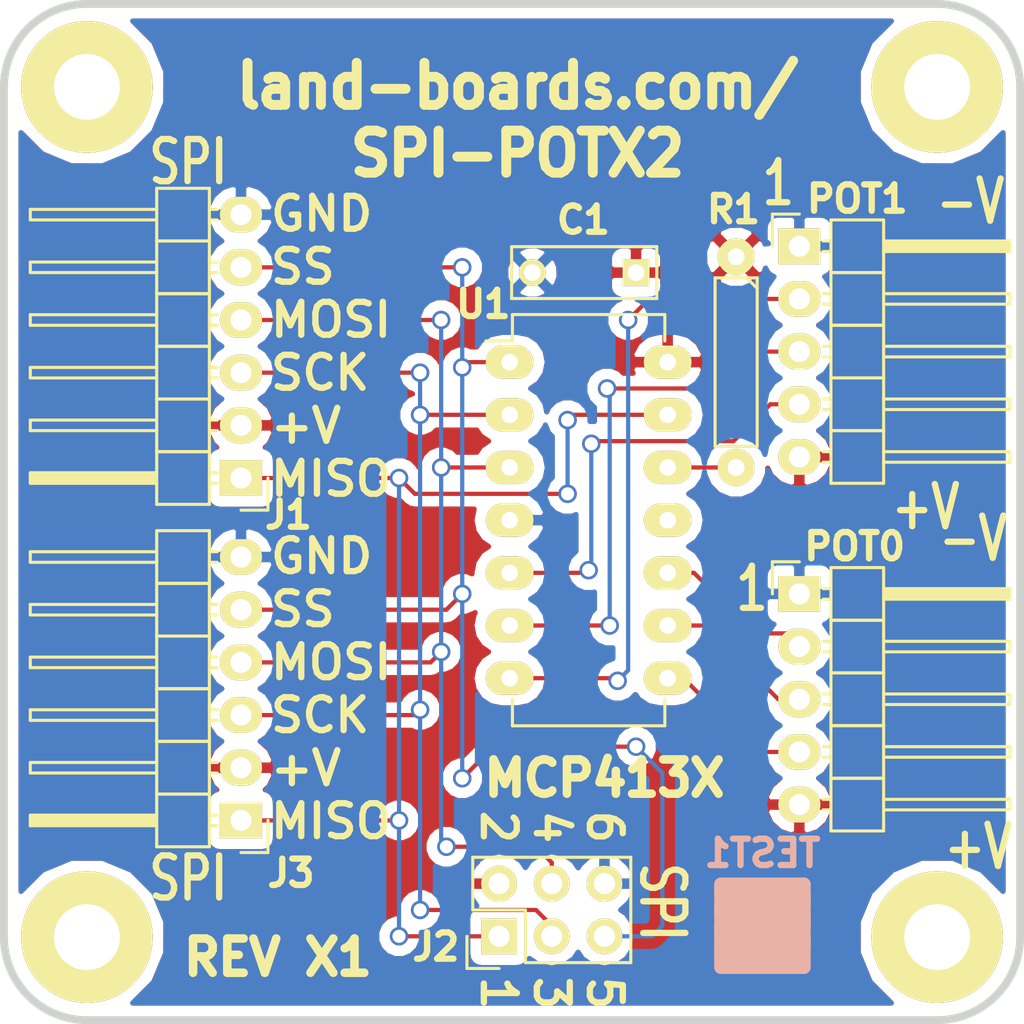
<source format=kicad_pcb>
(kicad_pcb (version 4) (host pcbnew "(after 2015-mar-04 BZR unknown)-product")

  (general
    (links 32)
    (no_connects 0)
    (area -0.190501 -0.190501 49.190501 49.190501)
    (thickness 1.6002)
    (drawings 24)
    (tracks 100)
    (zones 0)
    (modules 13)
    (nets 14)
  )

  (page A4)
  (title_block
    (date "6 jul 2012")
  )

  (layers
    (0 Front signal)
    (31 Back power)
    (36 B.SilkS user)
    (37 F.SilkS user)
    (38 B.Mask user)
    (39 F.Mask user)
    (40 Dwgs.User user)
    (41 Cmts.User user)
    (42 Eco1.User user)
    (43 Eco2.User user)
    (44 Edge.Cuts user)
  )

  (setup
    (last_trace_width 0.2032)
    (trace_clearance 0.254)
    (zone_clearance 0.508)
    (zone_45_only no)
    (trace_min 0.2032)
    (segment_width 0.381)
    (edge_width 0.381)
    (via_size 0.889)
    (via_drill 0.635)
    (via_min_size 0.889)
    (via_min_drill 0.508)
    (uvia_size 0.508)
    (uvia_drill 0.127)
    (uvias_allowed no)
    (uvia_min_size 0.508)
    (uvia_min_drill 0.127)
    (pcb_text_width 0.3048)
    (pcb_text_size 1.524 2.032)
    (mod_edge_width 0.381)
    (mod_text_size 1.27 1.27)
    (mod_text_width 0.3048)
    (pad_size 1.524 1.524)
    (pad_drill 0.8128)
    (pad_to_mask_clearance 0.254)
    (aux_axis_origin 0 0)
    (visible_elements 7FFFFF7F)
    (pcbplotparams
      (layerselection 0x010f0_80000001)
      (usegerberextensions true)
      (excludeedgelayer true)
      (linewidth 0.150000)
      (plotframeref false)
      (viasonmask false)
      (mode 1)
      (useauxorigin false)
      (hpglpennumber 1)
      (hpglpenspeed 20)
      (hpglpendiameter 15)
      (hpglpenoverlay 0)
      (psnegative false)
      (psa4output false)
      (plotreference true)
      (plotvalue true)
      (plotinvisibletext false)
      (padsonsilk false)
      (subtractmaskfromsilk false)
      (outputformat 1)
      (mirror false)
      (drillshape 0)
      (scaleselection 1)
      (outputdirectory plots/))
  )

  (net 0 "")
  (net 1 /SCK)
  (net 2 GND)
  (net 3 /VCC)
  (net 4 /MISO)
  (net 5 /MOSI)
  (net 6 /SS)
  (net 7 "Net-(R1-Pad2)")
  (net 8 /P1B)
  (net 9 /P1W)
  (net 10 /P1A)
  (net 11 /P0B)
  (net 12 /P0W)
  (net 13 /P0A)

  (net_class Default "This is the default net class."
    (clearance 0.254)
    (trace_width 0.2032)
    (via_dia 0.889)
    (via_drill 0.635)
    (uvia_dia 0.508)
    (uvia_drill 0.127)
    (add_net /MISO)
    (add_net /MOSI)
    (add_net /P0A)
    (add_net /P0B)
    (add_net /P0W)
    (add_net /P1A)
    (add_net /P1B)
    (add_net /P1W)
    (add_net /SCK)
    (add_net /SS)
    (add_net /VCC)
    (add_net GND)
    (add_net "Net-(R1-Pad2)")
  )

  (module dougsLib:MTG-4-40 (layer Front) (tedit 561BB33E) (tstamp 561BC0D6)
    (at 4 45)
    (path /561CA6B9)
    (fp_text reference MTG5 (at 0.445 -0.55) (layer F.SilkS) hide
      (effects (font (size 1.27 1.27) (thickness 0.3048)))
    )
    (fp_text value MTG_HOLE (at -0.19 0.085) (layer F.SilkS) hide
      (effects (font (thickness 0.3048)))
    )
    (pad 1 thru_hole circle (at 0 0) (size 6.35 6.35) (drill 3.175) (layers *.Cu *.Mask F.SilkS)
      (clearance 0.508))
  )

  (module dougsLib:MTG-4-40 (layer Front) (tedit 561BB34C) (tstamp 561BC0DB)
    (at 4 4)
    (path /561CA64B)
    (fp_text reference MTG6 (at -0.19 -0.19) (layer F.SilkS) hide
      (effects (font (size 1.27 1.27) (thickness 0.3048)))
    )
    (fp_text value MTG_HOLE (at -0.19 -0.19) (layer F.SilkS) hide
      (effects (font (thickness 0.3048)))
    )
    (pad 1 thru_hole circle (at 0 0) (size 6.35 6.35) (drill 3.175) (layers *.Cu *.Mask F.SilkS)
      (clearance 0.508))
  )

  (module dougsLib:MTG-4-40 (layer Front) (tedit 561BB342) (tstamp 561BC0E0)
    (at 45 45)
    (path /561CA71B)
    (fp_text reference MTG7 (at 0.72 0.085) (layer F.SilkS) hide
      (effects (font (size 1.27 1.27) (thickness 0.3048)))
    )
    (fp_text value MTG_HOLE (at 0.72 0.085) (layer F.SilkS) hide
      (effects (font (thickness 0.3048)))
    )
    (pad 1 thru_hole circle (at 0 0) (size 6.35 6.35) (drill 3.175) (layers *.Cu *.Mask F.SilkS)
      (clearance 0.508))
  )

  (module dougsLib:MTG-4-40 (layer Front) (tedit 561BB347) (tstamp 561BC0E5)
    (at 45 4)
    (path /561CA586)
    (fp_text reference MTG?1 (at 0.085 -0.19) (layer F.SilkS) hide
      (effects (font (size 1.27 1.27) (thickness 0.3048)))
    )
    (fp_text value MTG_HOLE (at -0.55 -0.19) (layer F.SilkS) hide
      (effects (font (thickness 0.3048)))
    )
    (pad 1 thru_hole circle (at 0 0) (size 6.35 6.35) (drill 3.175) (layers *.Cu *.Mask F.SilkS)
      (clearance 0.508))
  )

  (module Pin_Headers:Pin_Header_Angled_1x06 (layer Front) (tedit 561CFD12) (tstamp 561C1594)
    (at 11.43 22.86 180)
    (descr "Through hole pin header")
    (tags "pin header")
    (path /561C211A)
    (fp_text reference J1 (at -2.286 -1.778 180) (layer F.SilkS)
      (effects (font (size 1.27 1.27) (thickness 0.3048)))
    )
    (fp_text value CONN_01X06 (at 0 -3.1 180) (layer Eco2.User) hide
      (effects (font (size 1 1) (thickness 0.15)))
    )
    (fp_line (start -1.5 -1.75) (end -1.5 14.45) (layer F.CrtYd) (width 0.05))
    (fp_line (start 10.65 -1.75) (end 10.65 14.45) (layer F.CrtYd) (width 0.05))
    (fp_line (start -1.5 -1.75) (end 10.65 -1.75) (layer F.CrtYd) (width 0.05))
    (fp_line (start -1.5 14.45) (end 10.65 14.45) (layer F.CrtYd) (width 0.05))
    (fp_line (start -1.3 -1.55) (end -1.3 0) (layer F.SilkS) (width 0.15))
    (fp_line (start 0 -1.55) (end -1.3 -1.55) (layer F.SilkS) (width 0.15))
    (fp_line (start 4.191 -0.127) (end 10.033 -0.127) (layer F.SilkS) (width 0.15))
    (fp_line (start 10.033 -0.127) (end 10.033 0.127) (layer F.SilkS) (width 0.15))
    (fp_line (start 10.033 0.127) (end 4.191 0.127) (layer F.SilkS) (width 0.15))
    (fp_line (start 4.191 0.127) (end 4.191 0) (layer F.SilkS) (width 0.15))
    (fp_line (start 4.191 0) (end 10.033 0) (layer F.SilkS) (width 0.15))
    (fp_line (start 1.524 -0.254) (end 1.143 -0.254) (layer F.SilkS) (width 0.15))
    (fp_line (start 1.524 0.254) (end 1.143 0.254) (layer F.SilkS) (width 0.15))
    (fp_line (start 1.524 2.286) (end 1.143 2.286) (layer F.SilkS) (width 0.15))
    (fp_line (start 1.524 2.794) (end 1.143 2.794) (layer F.SilkS) (width 0.15))
    (fp_line (start 1.524 4.826) (end 1.143 4.826) (layer F.SilkS) (width 0.15))
    (fp_line (start 1.524 5.334) (end 1.143 5.334) (layer F.SilkS) (width 0.15))
    (fp_line (start 1.524 12.954) (end 1.143 12.954) (layer F.SilkS) (width 0.15))
    (fp_line (start 1.524 12.446) (end 1.143 12.446) (layer F.SilkS) (width 0.15))
    (fp_line (start 1.524 10.414) (end 1.143 10.414) (layer F.SilkS) (width 0.15))
    (fp_line (start 1.524 9.906) (end 1.143 9.906) (layer F.SilkS) (width 0.15))
    (fp_line (start 1.524 7.874) (end 1.143 7.874) (layer F.SilkS) (width 0.15))
    (fp_line (start 1.524 7.366) (end 1.143 7.366) (layer F.SilkS) (width 0.15))
    (fp_line (start 1.524 -1.27) (end 4.064 -1.27) (layer F.SilkS) (width 0.15))
    (fp_line (start 1.524 1.27) (end 4.064 1.27) (layer F.SilkS) (width 0.15))
    (fp_line (start 1.524 1.27) (end 1.524 3.81) (layer F.SilkS) (width 0.15))
    (fp_line (start 1.524 3.81) (end 4.064 3.81) (layer F.SilkS) (width 0.15))
    (fp_line (start 4.064 2.286) (end 10.16 2.286) (layer F.SilkS) (width 0.15))
    (fp_line (start 10.16 2.286) (end 10.16 2.794) (layer F.SilkS) (width 0.15))
    (fp_line (start 10.16 2.794) (end 4.064 2.794) (layer F.SilkS) (width 0.15))
    (fp_line (start 4.064 3.81) (end 4.064 1.27) (layer F.SilkS) (width 0.15))
    (fp_line (start 4.064 1.27) (end 4.064 -1.27) (layer F.SilkS) (width 0.15))
    (fp_line (start 10.16 0.254) (end 4.064 0.254) (layer F.SilkS) (width 0.15))
    (fp_line (start 10.16 -0.254) (end 10.16 0.254) (layer F.SilkS) (width 0.15))
    (fp_line (start 4.064 -0.254) (end 10.16 -0.254) (layer F.SilkS) (width 0.15))
    (fp_line (start 1.524 1.27) (end 4.064 1.27) (layer F.SilkS) (width 0.15))
    (fp_line (start 1.524 -1.27) (end 1.524 1.27) (layer F.SilkS) (width 0.15))
    (fp_line (start 1.524 8.89) (end 4.064 8.89) (layer F.SilkS) (width 0.15))
    (fp_line (start 1.524 8.89) (end 1.524 11.43) (layer F.SilkS) (width 0.15))
    (fp_line (start 1.524 11.43) (end 4.064 11.43) (layer F.SilkS) (width 0.15))
    (fp_line (start 4.064 9.906) (end 10.16 9.906) (layer F.SilkS) (width 0.15))
    (fp_line (start 10.16 9.906) (end 10.16 10.414) (layer F.SilkS) (width 0.15))
    (fp_line (start 10.16 10.414) (end 4.064 10.414) (layer F.SilkS) (width 0.15))
    (fp_line (start 4.064 11.43) (end 4.064 8.89) (layer F.SilkS) (width 0.15))
    (fp_line (start 4.064 13.97) (end 4.064 11.43) (layer F.SilkS) (width 0.15))
    (fp_line (start 10.16 12.954) (end 4.064 12.954) (layer F.SilkS) (width 0.15))
    (fp_line (start 10.16 12.446) (end 10.16 12.954) (layer F.SilkS) (width 0.15))
    (fp_line (start 4.064 12.446) (end 10.16 12.446) (layer F.SilkS) (width 0.15))
    (fp_line (start 1.524 13.97) (end 4.064 13.97) (layer F.SilkS) (width 0.15))
    (fp_line (start 1.524 11.43) (end 1.524 13.97) (layer F.SilkS) (width 0.15))
    (fp_line (start 1.524 11.43) (end 4.064 11.43) (layer F.SilkS) (width 0.15))
    (fp_line (start 1.524 6.35) (end 4.064 6.35) (layer F.SilkS) (width 0.15))
    (fp_line (start 1.524 6.35) (end 1.524 8.89) (layer F.SilkS) (width 0.15))
    (fp_line (start 1.524 8.89) (end 4.064 8.89) (layer F.SilkS) (width 0.15))
    (fp_line (start 4.064 7.366) (end 10.16 7.366) (layer F.SilkS) (width 0.15))
    (fp_line (start 10.16 7.366) (end 10.16 7.874) (layer F.SilkS) (width 0.15))
    (fp_line (start 10.16 7.874) (end 4.064 7.874) (layer F.SilkS) (width 0.15))
    (fp_line (start 4.064 8.89) (end 4.064 6.35) (layer F.SilkS) (width 0.15))
    (fp_line (start 4.064 6.35) (end 4.064 3.81) (layer F.SilkS) (width 0.15))
    (fp_line (start 10.16 5.334) (end 4.064 5.334) (layer F.SilkS) (width 0.15))
    (fp_line (start 10.16 4.826) (end 10.16 5.334) (layer F.SilkS) (width 0.15))
    (fp_line (start 4.064 4.826) (end 10.16 4.826) (layer F.SilkS) (width 0.15))
    (fp_line (start 1.524 6.35) (end 4.064 6.35) (layer F.SilkS) (width 0.15))
    (fp_line (start 1.524 3.81) (end 1.524 6.35) (layer F.SilkS) (width 0.15))
    (fp_line (start 1.524 3.81) (end 4.064 3.81) (layer F.SilkS) (width 0.15))
    (pad 1 thru_hole rect (at 0 0 180) (size 2.032 1.7272) (drill 1.016) (layers *.Cu *.Mask F.SilkS)
      (net 4 /MISO))
    (pad 2 thru_hole oval (at 0 2.54 180) (size 2.032 1.7272) (drill 1.016) (layers *.Cu *.Mask F.SilkS)
      (net 3 /VCC))
    (pad 3 thru_hole oval (at 0 5.08 180) (size 2.032 1.7272) (drill 1.016) (layers *.Cu *.Mask F.SilkS)
      (net 1 /SCK))
    (pad 4 thru_hole oval (at 0 7.62 180) (size 2.032 1.7272) (drill 1.016) (layers *.Cu *.Mask F.SilkS)
      (net 5 /MOSI))
    (pad 5 thru_hole oval (at 0 10.16 180) (size 2.032 1.7272) (drill 1.016) (layers *.Cu *.Mask F.SilkS)
      (net 6 /SS))
    (pad 6 thru_hole oval (at 0 12.7 180) (size 2.032 1.7272) (drill 1.016) (layers *.Cu *.Mask F.SilkS)
      (net 2 GND))
    (model Pin_Headers.3dshapes/Pin_Header_Angled_1x06.wrl
      (at (xyz 0 -0.25 0))
      (scale (xyz 1 1 1))
      (rotate (xyz 0 0 90))
    )
  )

  (module Pin_Headers:Pin_Header_Straight_2x03 (layer Front) (tedit 561CFB86) (tstamp 561C15DE)
    (at 23.876 44.958 90)
    (descr "Through hole pin header")
    (tags "pin header")
    (path /561C2277)
    (fp_text reference J2 (at -0.508 -3.048 180) (layer F.SilkS)
      (effects (font (size 1.27 1.27) (thickness 0.3048)))
    )
    (fp_text value CONN_02X03 (at 0 -3.1 90) (layer Eco2.User) hide
      (effects (font (size 1 1) (thickness 0.15)))
    )
    (fp_line (start -1.27 1.27) (end -1.27 6.35) (layer F.SilkS) (width 0.15))
    (fp_line (start -1.55 -1.55) (end 0 -1.55) (layer F.SilkS) (width 0.15))
    (fp_line (start -1.75 -1.75) (end -1.75 6.85) (layer F.CrtYd) (width 0.05))
    (fp_line (start 4.3 -1.75) (end 4.3 6.85) (layer F.CrtYd) (width 0.05))
    (fp_line (start -1.75 -1.75) (end 4.3 -1.75) (layer F.CrtYd) (width 0.05))
    (fp_line (start -1.75 6.85) (end 4.3 6.85) (layer F.CrtYd) (width 0.05))
    (fp_line (start 1.27 -1.27) (end 1.27 1.27) (layer F.SilkS) (width 0.15))
    (fp_line (start 1.27 1.27) (end -1.27 1.27) (layer F.SilkS) (width 0.15))
    (fp_line (start -1.27 6.35) (end 3.81 6.35) (layer F.SilkS) (width 0.15))
    (fp_line (start 3.81 6.35) (end 3.81 1.27) (layer F.SilkS) (width 0.15))
    (fp_line (start -1.55 -1.55) (end -1.55 0) (layer F.SilkS) (width 0.15))
    (fp_line (start 3.81 -1.27) (end 1.27 -1.27) (layer F.SilkS) (width 0.15))
    (fp_line (start 3.81 1.27) (end 3.81 -1.27) (layer F.SilkS) (width 0.15))
    (pad 1 thru_hole rect (at 0 0 90) (size 1.7272 1.7272) (drill 1.016) (layers *.Cu *.Mask F.SilkS)
      (net 4 /MISO))
    (pad 2 thru_hole oval (at 2.54 0 90) (size 1.7272 1.7272) (drill 1.016) (layers *.Cu *.Mask F.SilkS)
      (net 3 /VCC))
    (pad 3 thru_hole oval (at 0 2.54 90) (size 1.7272 1.7272) (drill 1.016) (layers *.Cu *.Mask F.SilkS)
      (net 1 /SCK))
    (pad 4 thru_hole oval (at 2.54 2.54 90) (size 1.7272 1.7272) (drill 1.016) (layers *.Cu *.Mask F.SilkS)
      (net 5 /MOSI))
    (pad 5 thru_hole oval (at 0 5.08 90) (size 1.7272 1.7272) (drill 1.016) (layers *.Cu *.Mask F.SilkS)
      (net 6 /SS))
    (pad 6 thru_hole oval (at 2.54 5.08 90) (size 1.7272 1.7272) (drill 1.016) (layers *.Cu *.Mask F.SilkS)
      (net 2 GND))
    (model Pin_Headers.3dshapes/Pin_Header_Straight_2x03.wrl
      (at (xyz 0.05 -0.1 0))
      (scale (xyz 1 1 1))
      (rotate (xyz 0 0 90))
    )
  )

  (module Pin_Headers:Pin_Header_Angled_1x06 (layer Front) (tedit 561CFD14) (tstamp 561C163E)
    (at 11.43 39.37 180)
    (descr "Through hole pin header")
    (tags "pin header")
    (path /561C3759)
    (fp_text reference J3 (at -2.413 -2.54 180) (layer F.SilkS)
      (effects (font (size 1.27 1.27) (thickness 0.3048)))
    )
    (fp_text value CONN_01X06 (at 0 -3.1 180) (layer Eco2.User) hide
      (effects (font (size 1 1) (thickness 0.15)))
    )
    (fp_line (start -1.5 -1.75) (end -1.5 14.45) (layer F.CrtYd) (width 0.05))
    (fp_line (start 10.65 -1.75) (end 10.65 14.45) (layer F.CrtYd) (width 0.05))
    (fp_line (start -1.5 -1.75) (end 10.65 -1.75) (layer F.CrtYd) (width 0.05))
    (fp_line (start -1.5 14.45) (end 10.65 14.45) (layer F.CrtYd) (width 0.05))
    (fp_line (start -1.3 -1.55) (end -1.3 0) (layer F.SilkS) (width 0.15))
    (fp_line (start 0 -1.55) (end -1.3 -1.55) (layer F.SilkS) (width 0.15))
    (fp_line (start 4.191 -0.127) (end 10.033 -0.127) (layer F.SilkS) (width 0.15))
    (fp_line (start 10.033 -0.127) (end 10.033 0.127) (layer F.SilkS) (width 0.15))
    (fp_line (start 10.033 0.127) (end 4.191 0.127) (layer F.SilkS) (width 0.15))
    (fp_line (start 4.191 0.127) (end 4.191 0) (layer F.SilkS) (width 0.15))
    (fp_line (start 4.191 0) (end 10.033 0) (layer F.SilkS) (width 0.15))
    (fp_line (start 1.524 -0.254) (end 1.143 -0.254) (layer F.SilkS) (width 0.15))
    (fp_line (start 1.524 0.254) (end 1.143 0.254) (layer F.SilkS) (width 0.15))
    (fp_line (start 1.524 2.286) (end 1.143 2.286) (layer F.SilkS) (width 0.15))
    (fp_line (start 1.524 2.794) (end 1.143 2.794) (layer F.SilkS) (width 0.15))
    (fp_line (start 1.524 4.826) (end 1.143 4.826) (layer F.SilkS) (width 0.15))
    (fp_line (start 1.524 5.334) (end 1.143 5.334) (layer F.SilkS) (width 0.15))
    (fp_line (start 1.524 12.954) (end 1.143 12.954) (layer F.SilkS) (width 0.15))
    (fp_line (start 1.524 12.446) (end 1.143 12.446) (layer F.SilkS) (width 0.15))
    (fp_line (start 1.524 10.414) (end 1.143 10.414) (layer F.SilkS) (width 0.15))
    (fp_line (start 1.524 9.906) (end 1.143 9.906) (layer F.SilkS) (width 0.15))
    (fp_line (start 1.524 7.874) (end 1.143 7.874) (layer F.SilkS) (width 0.15))
    (fp_line (start 1.524 7.366) (end 1.143 7.366) (layer F.SilkS) (width 0.15))
    (fp_line (start 1.524 -1.27) (end 4.064 -1.27) (layer F.SilkS) (width 0.15))
    (fp_line (start 1.524 1.27) (end 4.064 1.27) (layer F.SilkS) (width 0.15))
    (fp_line (start 1.524 1.27) (end 1.524 3.81) (layer F.SilkS) (width 0.15))
    (fp_line (start 1.524 3.81) (end 4.064 3.81) (layer F.SilkS) (width 0.15))
    (fp_line (start 4.064 2.286) (end 10.16 2.286) (layer F.SilkS) (width 0.15))
    (fp_line (start 10.16 2.286) (end 10.16 2.794) (layer F.SilkS) (width 0.15))
    (fp_line (start 10.16 2.794) (end 4.064 2.794) (layer F.SilkS) (width 0.15))
    (fp_line (start 4.064 3.81) (end 4.064 1.27) (layer F.SilkS) (width 0.15))
    (fp_line (start 4.064 1.27) (end 4.064 -1.27) (layer F.SilkS) (width 0.15))
    (fp_line (start 10.16 0.254) (end 4.064 0.254) (layer F.SilkS) (width 0.15))
    (fp_line (start 10.16 -0.254) (end 10.16 0.254) (layer F.SilkS) (width 0.15))
    (fp_line (start 4.064 -0.254) (end 10.16 -0.254) (layer F.SilkS) (width 0.15))
    (fp_line (start 1.524 1.27) (end 4.064 1.27) (layer F.SilkS) (width 0.15))
    (fp_line (start 1.524 -1.27) (end 1.524 1.27) (layer F.SilkS) (width 0.15))
    (fp_line (start 1.524 8.89) (end 4.064 8.89) (layer F.SilkS) (width 0.15))
    (fp_line (start 1.524 8.89) (end 1.524 11.43) (layer F.SilkS) (width 0.15))
    (fp_line (start 1.524 11.43) (end 4.064 11.43) (layer F.SilkS) (width 0.15))
    (fp_line (start 4.064 9.906) (end 10.16 9.906) (layer F.SilkS) (width 0.15))
    (fp_line (start 10.16 9.906) (end 10.16 10.414) (layer F.SilkS) (width 0.15))
    (fp_line (start 10.16 10.414) (end 4.064 10.414) (layer F.SilkS) (width 0.15))
    (fp_line (start 4.064 11.43) (end 4.064 8.89) (layer F.SilkS) (width 0.15))
    (fp_line (start 4.064 13.97) (end 4.064 11.43) (layer F.SilkS) (width 0.15))
    (fp_line (start 10.16 12.954) (end 4.064 12.954) (layer F.SilkS) (width 0.15))
    (fp_line (start 10.16 12.446) (end 10.16 12.954) (layer F.SilkS) (width 0.15))
    (fp_line (start 4.064 12.446) (end 10.16 12.446) (layer F.SilkS) (width 0.15))
    (fp_line (start 1.524 13.97) (end 4.064 13.97) (layer F.SilkS) (width 0.15))
    (fp_line (start 1.524 11.43) (end 1.524 13.97) (layer F.SilkS) (width 0.15))
    (fp_line (start 1.524 11.43) (end 4.064 11.43) (layer F.SilkS) (width 0.15))
    (fp_line (start 1.524 6.35) (end 4.064 6.35) (layer F.SilkS) (width 0.15))
    (fp_line (start 1.524 6.35) (end 1.524 8.89) (layer F.SilkS) (width 0.15))
    (fp_line (start 1.524 8.89) (end 4.064 8.89) (layer F.SilkS) (width 0.15))
    (fp_line (start 4.064 7.366) (end 10.16 7.366) (layer F.SilkS) (width 0.15))
    (fp_line (start 10.16 7.366) (end 10.16 7.874) (layer F.SilkS) (width 0.15))
    (fp_line (start 10.16 7.874) (end 4.064 7.874) (layer F.SilkS) (width 0.15))
    (fp_line (start 4.064 8.89) (end 4.064 6.35) (layer F.SilkS) (width 0.15))
    (fp_line (start 4.064 6.35) (end 4.064 3.81) (layer F.SilkS) (width 0.15))
    (fp_line (start 10.16 5.334) (end 4.064 5.334) (layer F.SilkS) (width 0.15))
    (fp_line (start 10.16 4.826) (end 10.16 5.334) (layer F.SilkS) (width 0.15))
    (fp_line (start 4.064 4.826) (end 10.16 4.826) (layer F.SilkS) (width 0.15))
    (fp_line (start 1.524 6.35) (end 4.064 6.35) (layer F.SilkS) (width 0.15))
    (fp_line (start 1.524 3.81) (end 1.524 6.35) (layer F.SilkS) (width 0.15))
    (fp_line (start 1.524 3.81) (end 4.064 3.81) (layer F.SilkS) (width 0.15))
    (pad 1 thru_hole rect (at 0 0 180) (size 2.032 1.7272) (drill 1.016) (layers *.Cu *.Mask F.SilkS)
      (net 4 /MISO))
    (pad 2 thru_hole oval (at 0 2.54 180) (size 2.032 1.7272) (drill 1.016) (layers *.Cu *.Mask F.SilkS)
      (net 3 /VCC))
    (pad 3 thru_hole oval (at 0 5.08 180) (size 2.032 1.7272) (drill 1.016) (layers *.Cu *.Mask F.SilkS)
      (net 1 /SCK))
    (pad 4 thru_hole oval (at 0 7.62 180) (size 2.032 1.7272) (drill 1.016) (layers *.Cu *.Mask F.SilkS)
      (net 5 /MOSI))
    (pad 5 thru_hole oval (at 0 10.16 180) (size 2.032 1.7272) (drill 1.016) (layers *.Cu *.Mask F.SilkS)
      (net 6 /SS))
    (pad 6 thru_hole oval (at 0 12.7 180) (size 2.032 1.7272) (drill 1.016) (layers *.Cu *.Mask F.SilkS)
      (net 2 GND))
    (model Pin_Headers.3dshapes/Pin_Header_Angled_1x06.wrl
      (at (xyz 0 -0.25 0))
      (scale (xyz 1 1 1))
      (rotate (xyz 0 0 90))
    )
  )

  (module DougsNewMods:TEST_BLK-REAR (layer Front) (tedit 553D0C6F) (tstamp 561C1682)
    (at 36.576 44.45)
    (path /561D0970)
    (fp_text reference TEST1 (at 0 -3.5) (layer B.SilkS)
      (effects (font (size 1.27 1.27) (thickness 0.3048)) (justify mirror))
    )
    (fp_text value TEST (at 0 4) (layer F.SilkS) hide
      (effects (font (thickness 0.3048)))
    )
    (fp_line (start -2 -2) (end 2 -2) (layer B.SilkS) (width 0.65))
    (fp_line (start 2 -2) (end 2 2) (layer B.SilkS) (width 0.65))
    (fp_line (start 2 2) (end -2 2) (layer B.SilkS) (width 0.65))
    (fp_line (start -2 2) (end -2 -2) (layer B.SilkS) (width 0.65))
    (fp_line (start -2 -2) (end -2 -1.5) (layer B.SilkS) (width 0.65))
    (fp_line (start -2 -1.5) (end 2 -1.5) (layer B.SilkS) (width 0.65))
    (fp_line (start 2 -1.5) (end 2 -1) (layer B.SilkS) (width 0.65))
    (fp_line (start 2 -1) (end -2 -1) (layer B.SilkS) (width 0.65))
    (fp_line (start -2 -1) (end -2 -0.5) (layer B.SilkS) (width 0.65))
    (fp_line (start -2 -0.5) (end 2 -0.5) (layer B.SilkS) (width 0.65))
    (fp_line (start 2 -0.5) (end 2 0) (layer B.SilkS) (width 0.65))
    (fp_line (start 2 0) (end -2 0) (layer B.SilkS) (width 0.65))
    (fp_line (start -2 0) (end -2 0.5) (layer B.SilkS) (width 0.65))
    (fp_line (start -2 0.5) (end 1.5 0.5) (layer B.SilkS) (width 0.65))
    (fp_line (start 1.5 0.5) (end 2 0.5) (layer B.SilkS) (width 0.65))
    (fp_line (start 2 0.5) (end 2 1) (layer B.SilkS) (width 0.65))
    (fp_line (start 2 1) (end -2 1) (layer B.SilkS) (width 0.65))
    (fp_line (start -2 1) (end -2 1.5) (layer B.SilkS) (width 0.65))
    (fp_line (start -2 1.5) (end 2 1.5) (layer B.SilkS) (width 0.65))
  )

  (module Capacitors_ThroughHole:C_Rect_L7_W2.5_P5 (layer Front) (tedit 561C17E9) (tstamp 561C1956)
    (at 30.48 12.954 180)
    (descr "Film Capacitor Length 7mm x Width 2.5mm, Pitch 5mm")
    (tags Capacitor)
    (path /4FECD7AF)
    (fp_text reference C1 (at 2.54 2.54 180) (layer F.SilkS)
      (effects (font (size 1.27 1.27) (thickness 0.3048)))
    )
    (fp_text value 0.1uF (at 2.5 2.5 180) (layer Eco2.User) hide
      (effects (font (size 1 1) (thickness 0.15)))
    )
    (fp_line (start -1.25 -1.5) (end 6.25 -1.5) (layer F.CrtYd) (width 0.05))
    (fp_line (start 6.25 -1.5) (end 6.25 1.5) (layer F.CrtYd) (width 0.05))
    (fp_line (start 6.25 1.5) (end -1.25 1.5) (layer F.CrtYd) (width 0.05))
    (fp_line (start -1.25 1.5) (end -1.25 -1.5) (layer F.CrtYd) (width 0.05))
    (fp_line (start -1 -1.25) (end 6 -1.25) (layer F.SilkS) (width 0.15))
    (fp_line (start 6 -1.25) (end 6 1.25) (layer F.SilkS) (width 0.15))
    (fp_line (start 6 1.25) (end -1 1.25) (layer F.SilkS) (width 0.15))
    (fp_line (start -1 1.25) (end -1 -1.25) (layer F.SilkS) (width 0.15))
    (pad 1 thru_hole rect (at 0 0 180) (size 1.3 1.3) (drill 0.8) (layers *.Cu *.Mask F.SilkS)
      (net 3 /VCC))
    (pad 2 thru_hole circle (at 5 0 180) (size 1.3 1.3) (drill 0.8) (layers *.Cu *.Mask F.SilkS)
      (net 2 GND))
  )

  (module Pin_Headers:Pin_Header_Angled_1x05 (layer Front) (tedit 561D01B0) (tstamp 561CFA78)
    (at 38.354 11.684)
    (descr "Through hole pin header")
    (tags "pin header")
    (path /561D2173)
    (fp_text reference POT1 (at 2.794 -2.286) (layer F.SilkS)
      (effects (font (size 1.27 1.27) (thickness 0.3048)))
    )
    (fp_text value CONN_01X05 (at 0 -3.1) (layer Eco1.User) hide
      (effects (font (size 1 1) (thickness 0.15)))
    )
    (fp_line (start -1.5 -1.75) (end -1.5 11.95) (layer F.CrtYd) (width 0.05))
    (fp_line (start 10.65 -1.75) (end 10.65 11.95) (layer F.CrtYd) (width 0.05))
    (fp_line (start -1.5 -1.75) (end 10.65 -1.75) (layer F.CrtYd) (width 0.05))
    (fp_line (start -1.5 11.95) (end 10.65 11.95) (layer F.CrtYd) (width 0.05))
    (fp_line (start -1.3 -1.55) (end -1.3 0) (layer F.SilkS) (width 0.15))
    (fp_line (start 0 -1.55) (end -1.3 -1.55) (layer F.SilkS) (width 0.15))
    (fp_line (start 4.191 -0.127) (end 10.033 -0.127) (layer F.SilkS) (width 0.15))
    (fp_line (start 10.033 -0.127) (end 10.033 0.127) (layer F.SilkS) (width 0.15))
    (fp_line (start 10.033 0.127) (end 4.191 0.127) (layer F.SilkS) (width 0.15))
    (fp_line (start 4.191 0.127) (end 4.191 0) (layer F.SilkS) (width 0.15))
    (fp_line (start 4.191 0) (end 10.033 0) (layer F.SilkS) (width 0.15))
    (fp_line (start 1.524 -0.254) (end 1.143 -0.254) (layer F.SilkS) (width 0.15))
    (fp_line (start 1.524 0.254) (end 1.143 0.254) (layer F.SilkS) (width 0.15))
    (fp_line (start 1.524 2.286) (end 1.143 2.286) (layer F.SilkS) (width 0.15))
    (fp_line (start 1.524 2.794) (end 1.143 2.794) (layer F.SilkS) (width 0.15))
    (fp_line (start 1.524 4.826) (end 1.143 4.826) (layer F.SilkS) (width 0.15))
    (fp_line (start 1.524 5.334) (end 1.143 5.334) (layer F.SilkS) (width 0.15))
    (fp_line (start 1.524 7.366) (end 1.143 7.366) (layer F.SilkS) (width 0.15))
    (fp_line (start 1.524 7.874) (end 1.143 7.874) (layer F.SilkS) (width 0.15))
    (fp_line (start 1.524 10.414) (end 1.143 10.414) (layer F.SilkS) (width 0.15))
    (fp_line (start 1.524 9.906) (end 1.143 9.906) (layer F.SilkS) (width 0.15))
    (fp_line (start 4.064 1.27) (end 4.064 -1.27) (layer F.SilkS) (width 0.15))
    (fp_line (start 10.16 0.254) (end 4.064 0.254) (layer F.SilkS) (width 0.15))
    (fp_line (start 10.16 -0.254) (end 10.16 0.254) (layer F.SilkS) (width 0.15))
    (fp_line (start 4.064 -0.254) (end 10.16 -0.254) (layer F.SilkS) (width 0.15))
    (fp_line (start 1.524 1.27) (end 4.064 1.27) (layer F.SilkS) (width 0.15))
    (fp_line (start 1.524 -1.27) (end 1.524 1.27) (layer F.SilkS) (width 0.15))
    (fp_line (start 1.524 -1.27) (end 4.064 -1.27) (layer F.SilkS) (width 0.15))
    (fp_line (start 1.524 3.81) (end 4.064 3.81) (layer F.SilkS) (width 0.15))
    (fp_line (start 1.524 3.81) (end 1.524 6.35) (layer F.SilkS) (width 0.15))
    (fp_line (start 1.524 6.35) (end 4.064 6.35) (layer F.SilkS) (width 0.15))
    (fp_line (start 4.064 4.826) (end 10.16 4.826) (layer F.SilkS) (width 0.15))
    (fp_line (start 10.16 4.826) (end 10.16 5.334) (layer F.SilkS) (width 0.15))
    (fp_line (start 10.16 5.334) (end 4.064 5.334) (layer F.SilkS) (width 0.15))
    (fp_line (start 4.064 6.35) (end 4.064 3.81) (layer F.SilkS) (width 0.15))
    (fp_line (start 4.064 3.81) (end 4.064 1.27) (layer F.SilkS) (width 0.15))
    (fp_line (start 10.16 2.794) (end 4.064 2.794) (layer F.SilkS) (width 0.15))
    (fp_line (start 10.16 2.286) (end 10.16 2.794) (layer F.SilkS) (width 0.15))
    (fp_line (start 4.064 2.286) (end 10.16 2.286) (layer F.SilkS) (width 0.15))
    (fp_line (start 1.524 3.81) (end 4.064 3.81) (layer F.SilkS) (width 0.15))
    (fp_line (start 1.524 1.27) (end 1.524 3.81) (layer F.SilkS) (width 0.15))
    (fp_line (start 1.524 1.27) (end 4.064 1.27) (layer F.SilkS) (width 0.15))
    (fp_line (start 1.524 8.89) (end 4.064 8.89) (layer F.SilkS) (width 0.15))
    (fp_line (start 1.524 8.89) (end 1.524 11.43) (layer F.SilkS) (width 0.15))
    (fp_line (start 1.524 11.43) (end 4.064 11.43) (layer F.SilkS) (width 0.15))
    (fp_line (start 4.064 9.906) (end 10.16 9.906) (layer F.SilkS) (width 0.15))
    (fp_line (start 10.16 9.906) (end 10.16 10.414) (layer F.SilkS) (width 0.15))
    (fp_line (start 10.16 10.414) (end 4.064 10.414) (layer F.SilkS) (width 0.15))
    (fp_line (start 4.064 11.43) (end 4.064 8.89) (layer F.SilkS) (width 0.15))
    (fp_line (start 4.064 8.89) (end 4.064 6.35) (layer F.SilkS) (width 0.15))
    (fp_line (start 10.16 7.874) (end 4.064 7.874) (layer F.SilkS) (width 0.15))
    (fp_line (start 10.16 7.366) (end 10.16 7.874) (layer F.SilkS) (width 0.15))
    (fp_line (start 4.064 7.366) (end 10.16 7.366) (layer F.SilkS) (width 0.15))
    (fp_line (start 1.524 8.89) (end 4.064 8.89) (layer F.SilkS) (width 0.15))
    (fp_line (start 1.524 6.35) (end 1.524 8.89) (layer F.SilkS) (width 0.15))
    (fp_line (start 1.524 6.35) (end 4.064 6.35) (layer F.SilkS) (width 0.15))
    (pad 1 thru_hole rect (at 0 0) (size 2.032 1.7272) (drill 1.016) (layers *.Cu *.Mask F.SilkS)
      (net 2 GND))
    (pad 2 thru_hole oval (at 0 2.54) (size 2.032 1.7272) (drill 1.016) (layers *.Cu *.Mask F.SilkS)
      (net 8 /P1B))
    (pad 3 thru_hole oval (at 0 5.08) (size 2.032 1.7272) (drill 1.016) (layers *.Cu *.Mask F.SilkS)
      (net 9 /P1W))
    (pad 4 thru_hole oval (at 0 7.62) (size 2.032 1.7272) (drill 1.016) (layers *.Cu *.Mask F.SilkS)
      (net 10 /P1A))
    (pad 5 thru_hole oval (at 0 10.16) (size 2.032 1.7272) (drill 1.016) (layers *.Cu *.Mask F.SilkS)
      (net 3 /VCC))
    (model Pin_Headers.3dshapes/Pin_Header_Angled_1x05.wrl
      (at (xyz 0 -0.2 0))
      (scale (xyz 1 1 1))
      (rotate (xyz 0 0 90))
    )
  )

  (module Pin_Headers:Pin_Header_Angled_1x05 (layer Front) (tedit 562163BA) (tstamp 561CFAF8)
    (at 38.354 28.448)
    (descr "Through hole pin header")
    (tags "pin header")
    (path /561D2212)
    (fp_text reference POT0 (at 2.667 -2.286) (layer F.SilkS)
      (effects (font (size 1.27 1.27) (thickness 0.3048)))
    )
    (fp_text value CONN_01X05 (at 0 -3.1) (layer Eco1.User) hide
      (effects (font (size 1 1) (thickness 0.15)))
    )
    (fp_line (start -1.5 -1.75) (end -1.5 11.95) (layer F.CrtYd) (width 0.05))
    (fp_line (start 10.65 -1.75) (end 10.65 11.95) (layer F.CrtYd) (width 0.05))
    (fp_line (start -1.5 -1.75) (end 10.65 -1.75) (layer F.CrtYd) (width 0.05))
    (fp_line (start -1.5 11.95) (end 10.65 11.95) (layer F.CrtYd) (width 0.05))
    (fp_line (start -1.3 -1.55) (end -1.3 0) (layer F.SilkS) (width 0.15))
    (fp_line (start 0 -1.55) (end -1.3 -1.55) (layer F.SilkS) (width 0.15))
    (fp_line (start 4.191 -0.127) (end 10.033 -0.127) (layer F.SilkS) (width 0.15))
    (fp_line (start 10.033 -0.127) (end 10.033 0.127) (layer F.SilkS) (width 0.15))
    (fp_line (start 10.033 0.127) (end 4.191 0.127) (layer F.SilkS) (width 0.15))
    (fp_line (start 4.191 0.127) (end 4.191 0) (layer F.SilkS) (width 0.15))
    (fp_line (start 4.191 0) (end 10.033 0) (layer F.SilkS) (width 0.15))
    (fp_line (start 1.524 -0.254) (end 1.143 -0.254) (layer F.SilkS) (width 0.15))
    (fp_line (start 1.524 0.254) (end 1.143 0.254) (layer F.SilkS) (width 0.15))
    (fp_line (start 1.524 2.286) (end 1.143 2.286) (layer F.SilkS) (width 0.15))
    (fp_line (start 1.524 2.794) (end 1.143 2.794) (layer F.SilkS) (width 0.15))
    (fp_line (start 1.524 4.826) (end 1.143 4.826) (layer F.SilkS) (width 0.15))
    (fp_line (start 1.524 5.334) (end 1.143 5.334) (layer F.SilkS) (width 0.15))
    (fp_line (start 1.524 7.366) (end 1.143 7.366) (layer F.SilkS) (width 0.15))
    (fp_line (start 1.524 7.874) (end 1.143 7.874) (layer F.SilkS) (width 0.15))
    (fp_line (start 1.524 10.414) (end 1.143 10.414) (layer F.SilkS) (width 0.15))
    (fp_line (start 1.524 9.906) (end 1.143 9.906) (layer F.SilkS) (width 0.15))
    (fp_line (start 4.064 1.27) (end 4.064 -1.27) (layer F.SilkS) (width 0.15))
    (fp_line (start 10.16 0.254) (end 4.064 0.254) (layer F.SilkS) (width 0.15))
    (fp_line (start 10.16 -0.254) (end 10.16 0.254) (layer F.SilkS) (width 0.15))
    (fp_line (start 4.064 -0.254) (end 10.16 -0.254) (layer F.SilkS) (width 0.15))
    (fp_line (start 1.524 1.27) (end 4.064 1.27) (layer F.SilkS) (width 0.15))
    (fp_line (start 1.524 -1.27) (end 1.524 1.27) (layer F.SilkS) (width 0.15))
    (fp_line (start 1.524 -1.27) (end 4.064 -1.27) (layer F.SilkS) (width 0.15))
    (fp_line (start 1.524 3.81) (end 4.064 3.81) (layer F.SilkS) (width 0.15))
    (fp_line (start 1.524 3.81) (end 1.524 6.35) (layer F.SilkS) (width 0.15))
    (fp_line (start 1.524 6.35) (end 4.064 6.35) (layer F.SilkS) (width 0.15))
    (fp_line (start 4.064 4.826) (end 10.16 4.826) (layer F.SilkS) (width 0.15))
    (fp_line (start 10.16 4.826) (end 10.16 5.334) (layer F.SilkS) (width 0.15))
    (fp_line (start 10.16 5.334) (end 4.064 5.334) (layer F.SilkS) (width 0.15))
    (fp_line (start 4.064 6.35) (end 4.064 3.81) (layer F.SilkS) (width 0.15))
    (fp_line (start 4.064 3.81) (end 4.064 1.27) (layer F.SilkS) (width 0.15))
    (fp_line (start 10.16 2.794) (end 4.064 2.794) (layer F.SilkS) (width 0.15))
    (fp_line (start 10.16 2.286) (end 10.16 2.794) (layer F.SilkS) (width 0.15))
    (fp_line (start 4.064 2.286) (end 10.16 2.286) (layer F.SilkS) (width 0.15))
    (fp_line (start 1.524 3.81) (end 4.064 3.81) (layer F.SilkS) (width 0.15))
    (fp_line (start 1.524 1.27) (end 1.524 3.81) (layer F.SilkS) (width 0.15))
    (fp_line (start 1.524 1.27) (end 4.064 1.27) (layer F.SilkS) (width 0.15))
    (fp_line (start 1.524 8.89) (end 4.064 8.89) (layer F.SilkS) (width 0.15))
    (fp_line (start 1.524 8.89) (end 1.524 11.43) (layer F.SilkS) (width 0.15))
    (fp_line (start 1.524 11.43) (end 4.064 11.43) (layer F.SilkS) (width 0.15))
    (fp_line (start 4.064 9.906) (end 10.16 9.906) (layer F.SilkS) (width 0.15))
    (fp_line (start 10.16 9.906) (end 10.16 10.414) (layer F.SilkS) (width 0.15))
    (fp_line (start 10.16 10.414) (end 4.064 10.414) (layer F.SilkS) (width 0.15))
    (fp_line (start 4.064 11.43) (end 4.064 8.89) (layer F.SilkS) (width 0.15))
    (fp_line (start 4.064 8.89) (end 4.064 6.35) (layer F.SilkS) (width 0.15))
    (fp_line (start 10.16 7.874) (end 4.064 7.874) (layer F.SilkS) (width 0.15))
    (fp_line (start 10.16 7.366) (end 10.16 7.874) (layer F.SilkS) (width 0.15))
    (fp_line (start 4.064 7.366) (end 10.16 7.366) (layer F.SilkS) (width 0.15))
    (fp_line (start 1.524 8.89) (end 4.064 8.89) (layer F.SilkS) (width 0.15))
    (fp_line (start 1.524 6.35) (end 1.524 8.89) (layer F.SilkS) (width 0.15))
    (fp_line (start 1.524 6.35) (end 4.064 6.35) (layer F.SilkS) (width 0.15))
    (pad 1 thru_hole rect (at 0 0) (size 2.032 1.7272) (drill 1.016) (layers *.Cu *.Mask F.SilkS)
      (net 2 GND))
    (pad 2 thru_hole oval (at 0 2.54) (size 2.032 1.7272) (drill 1.016) (layers *.Cu *.Mask F.SilkS)
      (net 11 /P0B))
    (pad 3 thru_hole oval (at 0 5.08) (size 2.032 1.7272) (drill 1.016) (layers *.Cu *.Mask F.SilkS)
      (net 12 /P0W))
    (pad 4 thru_hole oval (at 0 7.62) (size 2.032 1.7272) (drill 1.016) (layers *.Cu *.Mask F.SilkS)
      (net 13 /P0A))
    (pad 5 thru_hole oval (at 0 10.16) (size 2.032 1.7272) (drill 1.016) (layers *.Cu *.Mask F.SilkS)
      (net 3 /VCC))
    (model Pin_Headers.3dshapes/Pin_Header_Angled_1x05.wrl
      (at (xyz 0 -0.2 0))
      (scale (xyz 1 1 1))
      (rotate (xyz 0 0 90))
    )
  )

  (module Discret:R4-LARGE_PADS (layer Front) (tedit 561CFF9B) (tstamp 561CFB06)
    (at 35.306 17.272 270)
    (descr "Resitance 4 pas")
    (tags R)
    (path /561D0FAB)
    (fp_text reference R1 (at -7.366 0.127 360) (layer F.SilkS)
      (effects (font (size 1.27 1.27) (thickness 0.3048)))
    )
    (fp_text value 10K (at 0 0 270) (layer Eco1.User) hide
      (effects (font (size 1 1) (thickness 0.15)))
    )
    (fp_line (start -5.08 0) (end -4.064 0) (layer F.SilkS) (width 0.15))
    (fp_line (start -4.064 0) (end -4.064 -1.016) (layer F.SilkS) (width 0.15))
    (fp_line (start -4.064 -1.016) (end 4.064 -1.016) (layer F.SilkS) (width 0.15))
    (fp_line (start 4.064 -1.016) (end 4.064 1.016) (layer F.SilkS) (width 0.15))
    (fp_line (start 4.064 1.016) (end -4.064 1.016) (layer F.SilkS) (width 0.15))
    (fp_line (start -4.064 1.016) (end -4.064 0) (layer F.SilkS) (width 0.15))
    (fp_line (start -4.064 -0.508) (end -3.556 -1.016) (layer F.SilkS) (width 0.15))
    (fp_line (start 5.08 0) (end 4.064 0) (layer F.SilkS) (width 0.15))
    (pad 1 thru_hole circle (at -5.08 0 270) (size 1.778 1.778) (drill 0.8128) (layers *.Cu *.Mask F.SilkS)
      (net 3 /VCC))
    (pad 2 thru_hole circle (at 5.08 0 270) (size 1.778 1.778) (drill 0.8128) (layers *.Cu *.Mask F.SilkS)
      (net 7 "Net-(R1-Pad2)"))
    (model Discret.3dshapes/R4-LARGE_PADS.wrl
      (at (xyz 0 0 0))
      (scale (xyz 0.4 0.4 0.4))
      (rotate (xyz 0 0 0))
    )
  )

  (module Housings_DIP:DIP-14_W7.62mm_LongPads (layer Front) (tedit 561CFB55) (tstamp 561CFB07)
    (at 24.384 17.272)
    (descr "14-lead dip package, row spacing 7.62 mm (300 mils), longer pads")
    (tags "dil dip 2.54 300")
    (path /561CFEEF)
    (fp_text reference U1 (at -1.27 -2.794) (layer F.SilkS)
      (effects (font (size 1.27 1.27) (thickness 0.3048)))
    )
    (fp_text value MCP4231-103E/P (at 0 -3.72) (layer Eco1.User) hide
      (effects (font (size 1 1) (thickness 0.15)))
    )
    (fp_line (start -1.4 -2.45) (end -1.4 17.7) (layer F.CrtYd) (width 0.05))
    (fp_line (start 9 -2.45) (end 9 17.7) (layer F.CrtYd) (width 0.05))
    (fp_line (start -1.4 -2.45) (end 9 -2.45) (layer F.CrtYd) (width 0.05))
    (fp_line (start -1.4 17.7) (end 9 17.7) (layer F.CrtYd) (width 0.05))
    (fp_line (start 0.135 -2.295) (end 0.135 -1.025) (layer F.SilkS) (width 0.15))
    (fp_line (start 7.485 -2.295) (end 7.485 -1.025) (layer F.SilkS) (width 0.15))
    (fp_line (start 7.485 17.535) (end 7.485 16.265) (layer F.SilkS) (width 0.15))
    (fp_line (start 0.135 17.535) (end 0.135 16.265) (layer F.SilkS) (width 0.15))
    (fp_line (start 0.135 -2.295) (end 7.485 -2.295) (layer F.SilkS) (width 0.15))
    (fp_line (start 0.135 17.535) (end 7.485 17.535) (layer F.SilkS) (width 0.15))
    (fp_line (start 0.135 -1.025) (end -1.15 -1.025) (layer F.SilkS) (width 0.15))
    (pad 1 thru_hole oval (at 0 0) (size 2.3 1.6) (drill 0.8) (layers *.Cu *.Mask F.SilkS)
      (net 6 /SS))
    (pad 2 thru_hole oval (at 0 2.54) (size 2.3 1.6) (drill 0.8) (layers *.Cu *.Mask F.SilkS)
      (net 1 /SCK))
    (pad 3 thru_hole oval (at 0 5.08) (size 2.3 1.6) (drill 0.8) (layers *.Cu *.Mask F.SilkS)
      (net 5 /MOSI))
    (pad 4 thru_hole oval (at 0 7.62) (size 2.3 1.6) (drill 0.8) (layers *.Cu *.Mask F.SilkS)
      (net 2 GND))
    (pad 5 thru_hole oval (at 0 10.16) (size 2.3 1.6) (drill 0.8) (layers *.Cu *.Mask F.SilkS)
      (net 10 /P1A))
    (pad 6 thru_hole oval (at 0 12.7) (size 2.3 1.6) (drill 0.8) (layers *.Cu *.Mask F.SilkS)
      (net 9 /P1W))
    (pad 7 thru_hole oval (at 0 15.24) (size 2.3 1.6) (drill 0.8) (layers *.Cu *.Mask F.SilkS)
      (net 8 /P1B))
    (pad 8 thru_hole oval (at 7.62 15.24) (size 2.3 1.6) (drill 0.8) (layers *.Cu *.Mask F.SilkS)
      (net 13 /P0A))
    (pad 9 thru_hole oval (at 7.62 12.7) (size 2.3 1.6) (drill 0.8) (layers *.Cu *.Mask F.SilkS)
      (net 12 /P0W))
    (pad 10 thru_hole oval (at 7.62 10.16) (size 2.3 1.6) (drill 0.8) (layers *.Cu *.Mask F.SilkS)
      (net 11 /P0B))
    (pad 11 thru_hole oval (at 7.62 7.62) (size 2.3 1.6) (drill 0.8) (layers *.Cu *.Mask F.SilkS))
    (pad 12 thru_hole oval (at 7.62 5.08) (size 2.3 1.6) (drill 0.8) (layers *.Cu *.Mask F.SilkS)
      (net 7 "Net-(R1-Pad2)"))
    (pad 13 thru_hole oval (at 7.62 2.54) (size 2.3 1.6) (drill 0.8) (layers *.Cu *.Mask F.SilkS)
      (net 4 /MISO))
    (pad 14 thru_hole oval (at 7.62 0) (size 2.3 1.6) (drill 0.8) (layers *.Cu *.Mask F.SilkS)
      (net 3 /VCC))
    (model Housings_DIP.3dshapes/DIP-14_W7.62mm_LongPads.wrl
      (at (xyz 0 0 0))
      (scale (xyz 1 1 1))
      (rotate (xyz 0 0 0))
    )
  )

  (gr_text "REV X1" (at 13.208 45.974) (layer F.SilkS)
    (effects (font (size 1.651 1.651) (thickness 0.41275)))
  )
  (gr_text 1 (at 37.338 8.636) (layer F.SilkS)
    (effects (font (size 2.032 1.524) (thickness 0.3048)))
  )
  (gr_text 1 (at 36.068 28.194) (layer F.SilkS)
    (effects (font (size 2.032 1.524) (thickness 0.3048)))
  )
  (gr_text +V (at 46.99 40.64) (layer F.SilkS)
    (effects (font (size 2.032 1.524) (thickness 0.3048)))
  )
  (gr_text -V (at 46.609 9.525) (layer F.SilkS)
    (effects (font (size 2.032 1.524) (thickness 0.3048)))
  )
  (gr_text -V (at 46.736 25.781) (layer F.SilkS)
    (effects (font (size 2.032 1.524) (thickness 0.3048)))
  )
  (gr_text +V (at 44.45 24.257) (layer F.SilkS)
    (effects (font (size 2.032 1.524) (thickness 0.3048)))
  )
  (gr_text "GND\nSS\nMOSI\nSCK\n+V\nMISO" (at 12.7 33.02) (layer F.SilkS)
    (effects (font (size 1.5875 1.5875) (thickness 0.3048)) (justify left))
  )
  (gr_text SPI (at 8.89 42.164) (layer F.SilkS)
    (effects (font (size 2.032 1.524) (thickness 0.3048)))
  )
  (gr_text SPI (at 31.75 43.307 270) (layer F.SilkS)
    (effects (font (size 2.032 1.524) (thickness 0.3048)))
  )
  (gr_text "6\n4\n2" (at 26.416 40.64 270) (layer F.SilkS)
    (effects (font (size 1.5875 1.5875) (thickness 0.3048)) (justify right))
  )
  (gr_text "5\n3\n1" (at 26.416 46.736 270) (layer F.SilkS)
    (effects (font (size 1.5875 1.5875) (thickness 0.3048)) (justify left))
  )
  (gr_text "GND\nSS\nMOSI\nSCK\n+V\nMISO" (at 12.7 16.51) (layer F.SilkS)
    (effects (font (size 1.5875 1.5875) (thickness 0.3048)) (justify left))
  )
  (gr_text "land-boards.com/\nSPI-POTX2" (at 24.765 5.588) (layer F.SilkS)
    (effects (font (size 2.032 1.905) (thickness 0.47625)))
  )
  (gr_text MCP413X (at 28.956 37.338) (layer F.SilkS)
    (effects (font (size 1.651 1.651) (thickness 0.41275)))
  )
  (gr_text SPI (at 8.89 7.62) (layer F.SilkS)
    (effects (font (size 2.032 1.524) (thickness 0.3048)))
  )
  (gr_line (start 0 45) (end 0 4) (angle 90) (layer Edge.Cuts) (width 0.381))
  (gr_line (start 45 49) (end 4 49) (angle 90) (layer Edge.Cuts) (width 0.381))
  (gr_line (start 49 4) (end 49 45) (angle 90) (layer Edge.Cuts) (width 0.381))
  (gr_line (start 4 0) (end 45 0) (angle 90) (layer Edge.Cuts) (width 0.381))
  (gr_arc (start 45 45) (end 49 45) (angle 90) (layer Edge.Cuts) (width 0.381))
  (gr_arc (start 4 45) (end 4 49) (angle 90) (layer Edge.Cuts) (width 0.381))
  (gr_arc (start 4 4) (end 0 4) (angle 90) (layer Edge.Cuts) (width 0.381))
  (gr_arc (start 45 4) (end 45 0) (angle 90) (layer Edge.Cuts) (width 0.381))

  (segment (start 20.066 34.036) (end 20.066 43.688) (width 0.2032) (layer Back) (net 1))
  (segment (start 25.654 43.688) (end 26.416 44.45) (width 0.2032) (layer Front) (net 1) (tstamp 561CFE84))
  (segment (start 20.066 43.688) (end 25.654 43.688) (width 0.2032) (layer Front) (net 1) (tstamp 561CFE83))
  (via (at 20.066 43.688) (size 0.889) (layers Front Back) (net 1))
  (segment (start 26.416 44.45) (end 26.416 44.958) (width 0.2032) (layer Front) (net 1) (tstamp 561CFE85))
  (segment (start 20.066 19.812) (end 20.066 34.036) (width 0.2032) (layer Back) (net 1))
  (segment (start 19.812 34.29) (end 11.43 34.29) (width 0.2032) (layer Front) (net 1) (tstamp 561CFE55))
  (segment (start 20.066 34.036) (end 19.812 34.29) (width 0.2032) (layer Front) (net 1) (tstamp 561CFE54))
  (via (at 20.066 34.036) (size 0.889) (layers Front Back) (net 1))
  (segment (start 11.43 17.78) (end 20.066 17.78) (width 0.2032) (layer Front) (net 1))
  (segment (start 20.066 19.812) (end 24.384 19.812) (width 0.2032) (layer Front) (net 1) (tstamp 561CFE4F))
  (via (at 20.066 19.812) (size 0.889) (layers Front Back) (net 1))
  (segment (start 20.066 17.78) (end 20.066 19.812) (width 0.2032) (layer Back) (net 1) (tstamp 561CFE4C))
  (via (at 20.066 17.78) (size 0.889) (layers Front Back) (net 1))
  (segment (start 19.05 39.37) (end 19.05 44.958) (width 0.2032) (layer Back) (net 4))
  (segment (start 19.05 44.958) (end 23.876 44.958) (width 0.2032) (layer Front) (net 4) (tstamp 561CFE7E))
  (via (at 19.05 44.958) (size 0.889) (layers Front Back) (net 4))
  (segment (start 11.43 39.37) (end 19.05 39.37) (width 0.2032) (layer Front) (net 4))
  (via (at 19.05 22.86) (size 0.889) (layers Front Back) (net 4))
  (segment (start 19.05 39.37) (end 19.05 22.86) (width 0.2032) (layer Back) (net 4) (tstamp 561CFE67))
  (via (at 19.05 39.37) (size 0.889) (layers Front Back) (net 4))
  (segment (start 11.43 22.86) (end 19.05 22.86) (width 0.2032) (layer Front) (net 4))
  (segment (start 27.432 19.812) (end 32.004 19.812) (width 0.2032) (layer Front) (net 4) (tstamp 561CFE61))
  (segment (start 27.178 20.066) (end 27.432 19.812) (width 0.2032) (layer Front) (net 4) (tstamp 561CFE60))
  (via (at 27.178 20.066) (size 0.889) (layers Front Back) (net 4))
  (segment (start 27.178 23.622) (end 27.178 20.066) (width 0.2032) (layer Back) (net 4) (tstamp 561CFE5D))
  (via (at 27.178 23.622) (size 0.889) (layers Front Back) (net 4))
  (segment (start 19.812 23.622) (end 27.178 23.622) (width 0.2032) (layer Front) (net 4) (tstamp 561CFE5A))
  (segment (start 19.05 22.86) (end 19.812 23.622) (width 0.2032) (layer Front) (net 4) (tstamp 561CFE59))
  (segment (start 21.082 31.242) (end 21.082 40.386) (width 0.2032) (layer Back) (net 5))
  (segment (start 26.416 41.402) (end 26.416 42.418) (width 0.2032) (layer Front) (net 5) (tstamp 561CFE8C))
  (segment (start 25.654 40.64) (end 26.416 41.402) (width 0.2032) (layer Front) (net 5) (tstamp 561CFE8B))
  (segment (start 21.336 40.64) (end 25.654 40.64) (width 0.2032) (layer Front) (net 5) (tstamp 561CFE8A))
  (via (at 21.336 40.64) (size 0.889) (layers Front Back) (net 5))
  (segment (start 21.082 40.386) (end 21.336 40.64) (width 0.2032) (layer Back) (net 5) (tstamp 561CFE88))
  (segment (start 21.082 22.352) (end 21.082 31.242) (width 0.2032) (layer Back) (net 5))
  (segment (start 20.574 31.75) (end 11.43 31.75) (width 0.2032) (layer Front) (net 5) (tstamp 561CFE47))
  (segment (start 21.082 31.242) (end 20.574 31.75) (width 0.2032) (layer Front) (net 5) (tstamp 561CFE46))
  (via (at 21.082 31.242) (size 0.889) (layers Front Back) (net 5))
  (segment (start 11.43 15.24) (end 21.082 15.24) (width 0.2032) (layer Front) (net 5))
  (segment (start 21.082 22.352) (end 24.384 22.352) (width 0.2032) (layer Front) (net 5) (tstamp 561CFE40))
  (via (at 21.082 22.352) (size 0.889) (layers Front Back) (net 5))
  (segment (start 21.082 15.24) (end 21.082 22.352) (width 0.2032) (layer Back) (net 5) (tstamp 561CFE3D))
  (via (at 21.082 15.24) (size 0.889) (layers Front Back) (net 5))
  (segment (start 28.956 44.958) (end 31.242 44.958) (width 0.2032) (layer Back) (net 6))
  (segment (start 31.75 37.084) (end 30.48 35.814) (width 0.2032) (layer Back) (net 6) (tstamp 561D0049))
  (segment (start 31.75 44.45) (end 31.75 37.084) (width 0.2032) (layer Back) (net 6) (tstamp 561D0048))
  (segment (start 31.242 44.958) (end 31.75 44.45) (width 0.2032) (layer Back) (net 6) (tstamp 561D0047))
  (segment (start 22.098 28.448) (end 22.098 37.338) (width 0.2032) (layer Back) (net 6))
  (via (at 30.48 35.814) (size 0.889) (layers Front Back) (net 6))
  (segment (start 23.622 35.814) (end 30.48 35.814) (width 0.2032) (layer Front) (net 6) (tstamp 561CFE6F))
  (segment (start 22.098 37.338) (end 23.622 35.814) (width 0.2032) (layer Front) (net 6) (tstamp 561CFE6E))
  (via (at 22.098 37.338) (size 0.889) (layers Front Back) (net 6))
  (segment (start 24.384 17.272) (end 22.352 17.272) (width 0.2032) (layer Front) (net 6))
  (via (at 22.098 17.526) (size 0.889) (layers Front Back) (net 6))
  (segment (start 22.352 17.272) (end 22.098 17.526) (width 0.2032) (layer Front) (net 6) (tstamp 561CFE35))
  (segment (start 11.43 12.7) (end 22.098 12.7) (width 0.2032) (layer Front) (net 6))
  (segment (start 21.336 29.21) (end 11.43 29.21) (width 0.2032) (layer Front) (net 6) (tstamp 561CFE32))
  (segment (start 22.098 28.448) (end 21.336 29.21) (width 0.2032) (layer Front) (net 6) (tstamp 561CFE31))
  (via (at 22.098 28.448) (size 0.889) (layers Front Back) (net 6))
  (segment (start 22.098 12.7) (end 22.098 17.526) (width 0.2032) (layer Back) (net 6) (tstamp 561CFE2E))
  (segment (start 22.098 17.526) (end 22.098 28.448) (width 0.2032) (layer Back) (net 6) (tstamp 561CFE39))
  (via (at 22.098 12.7) (size 0.889) (layers Front Back) (net 6))
  (segment (start 32.004 22.352) (end 35.306 22.352) (width 0.2032) (layer Front) (net 7))
  (segment (start 24.384 32.512) (end 29.464 32.512) (width 0.2032) (layer Front) (net 8))
  (segment (start 31.115 14.224) (end 38.354 14.224) (width 0.2032) (layer Front) (net 8) (tstamp 561CFEA8))
  (segment (start 30.099 15.24) (end 31.115 14.224) (width 0.2032) (layer Front) (net 8) (tstamp 561CFEA7))
  (via (at 30.099 15.24) (size 0.889) (layers Front Back) (net 8))
  (segment (start 30.099 32.131) (end 30.099 15.24) (width 0.2032) (layer Back) (net 8) (tstamp 561CFEA5))
  (segment (start 29.591 32.639) (end 30.099 32.131) (width 0.2032) (layer Back) (net 8) (tstamp 561CFEA4))
  (via (at 29.591 32.639) (size 0.889) (layers Front Back) (net 8))
  (segment (start 29.464 32.512) (end 29.591 32.639) (width 0.2032) (layer Front) (net 8) (tstamp 561CFEA2))
  (segment (start 38.354 16.764) (end 36.576 16.764) (width 0.2032) (layer Front) (net 9))
  (segment (start 29.21 29.972) (end 24.384 29.972) (width 0.2032) (layer Front) (net 9) (tstamp 561CFEB4))
  (via (at 29.21 29.972) (size 0.889) (layers Front Back) (net 9))
  (segment (start 29.21 18.669) (end 29.21 29.972) (width 0.2032) (layer Back) (net 9) (tstamp 561CFEB2))
  (segment (start 29.083 18.542) (end 29.21 18.669) (width 0.2032) (layer Back) (net 9) (tstamp 561CFEB1))
  (via (at 29.083 18.542) (size 0.889) (layers Front Back) (net 9))
  (segment (start 34.798 18.542) (end 29.083 18.542) (width 0.2032) (layer Front) (net 9) (tstamp 561CFEAE))
  (segment (start 36.576 16.764) (end 34.798 18.542) (width 0.2032) (layer Front) (net 9) (tstamp 561CFEAC))
  (segment (start 24.384 27.432) (end 28.067 27.432) (width 0.2032) (layer Front) (net 10))
  (segment (start 36.957 19.304) (end 38.354 19.304) (width 0.2032) (layer Front) (net 10) (tstamp 561CFEC1))
  (segment (start 35.179 21.082) (end 36.957 19.304) (width 0.2032) (layer Front) (net 10) (tstamp 561CFEBF))
  (segment (start 28.448 21.082) (end 35.179 21.082) (width 0.2032) (layer Front) (net 10) (tstamp 561CFEBE))
  (segment (start 28.321 21.209) (end 28.448 21.082) (width 0.2032) (layer Front) (net 10) (tstamp 561CFEBD))
  (via (at 28.321 21.209) (size 0.889) (layers Front Back) (net 10))
  (segment (start 28.321 27.178) (end 28.321 21.209) (width 0.2032) (layer Back) (net 10) (tstamp 561CFEBA))
  (segment (start 28.194 27.305) (end 28.321 27.178) (width 0.2032) (layer Back) (net 10) (tstamp 561CFEB9))
  (via (at 28.194 27.305) (size 0.889) (layers Front Back) (net 10))
  (segment (start 28.067 27.432) (end 28.194 27.305) (width 0.2032) (layer Front) (net 10) (tstamp 561CFEB7))
  (segment (start 32.004 27.432) (end 33.274 27.432) (width 0.2032) (layer Front) (net 11))
  (segment (start 36.195 30.353) (end 37.719 30.353) (width 0.2032) (layer Front) (net 11) (tstamp 561CFE9C))
  (segment (start 33.274 27.432) (end 36.195 30.353) (width 0.2032) (layer Front) (net 11) (tstamp 561CFE9A))
  (segment (start 37.719 30.353) (end 38.354 30.988) (width 0.2032) (layer Front) (net 11) (tstamp 561CFE9D))
  (segment (start 32.004 29.972) (end 33.782 29.972) (width 0.2032) (layer Front) (net 12))
  (segment (start 33.782 29.972) (end 37.338 33.528) (width 0.2032) (layer Front) (net 12) (tstamp 561CFE94))
  (segment (start 37.338 33.528) (end 38.354 33.528) (width 0.2032) (layer Front) (net 12) (tstamp 561CFE95))
  (segment (start 32.004 32.512) (end 32.766 32.512) (width 0.2032) (layer Front) (net 13))
  (segment (start 32.766 32.512) (end 36.322 36.068) (width 0.2032) (layer Front) (net 13) (tstamp 561CFE8F))
  (segment (start 36.322 36.068) (end 38.354 36.068) (width 0.2032) (layer Front) (net 13) (tstamp 561CFE90))

  (zone (net 2) (net_name GND) (layer Back) (tstamp 561BCDD1) (hatch edge 0.508)
    (connect_pads (clearance 0.508))
    (min_thickness 0.254)
    (fill yes (arc_segments 16) (thermal_gap 0.508) (thermal_bridge_width 0.508))
    (polygon
      (pts
        (xy 3.81 0) (xy 45.085 0) (xy 48.895 5.08) (xy 48.895 44.45) (xy 45.085 48.895)
        (xy 4.445 48.895) (xy 0 44.45) (xy 0 3.81)
      )
    )
    (filled_polygon
      (pts
        (xy 48.1745 42.787183) (xy 47.161009 41.771923) (xy 45.761181 41.190663) (xy 44.245469 41.18934) (xy 42.844628 41.768156)
        (xy 41.771923 42.838991) (xy 41.190663 44.238819) (xy 41.18934 45.754531) (xy 41.768156 47.155372) (xy 42.785507 48.1745)
        (xy 40.037345 48.1745) (xy 40.037345 38.608) (xy 39.923271 38.034511) (xy 39.598415 37.54833) (xy 39.283634 37.338)
        (xy 39.598415 37.12767) (xy 39.923271 36.641489) (xy 40.037345 36.068) (xy 39.923271 35.494511) (xy 39.598415 35.00833)
        (xy 39.283634 34.798) (xy 39.598415 34.58767) (xy 39.923271 34.101489) (xy 40.037345 33.528) (xy 39.923271 32.954511)
        (xy 39.598415 32.46833) (xy 39.283634 32.258) (xy 39.598415 32.04767) (xy 39.923271 31.561489) (xy 40.037345 30.988)
        (xy 40.037345 21.844) (xy 39.923271 21.270511) (xy 39.598415 20.78433) (xy 39.283634 20.574) (xy 39.598415 20.36367)
        (xy 39.923271 19.877489) (xy 40.037345 19.304) (xy 39.923271 18.730511) (xy 39.598415 18.24433) (xy 39.283634 18.034)
        (xy 39.598415 17.82367) (xy 39.923271 17.337489) (xy 40.037345 16.764) (xy 39.923271 16.190511) (xy 39.598415 15.70433)
        (xy 39.283634 15.494) (xy 39.598415 15.28367) (xy 39.923271 14.797489) (xy 40.037345 14.224) (xy 39.923271 13.650511)
        (xy 39.598415 13.16433) (xy 39.576219 13.149499) (xy 39.729698 13.085927) (xy 39.908327 12.907299) (xy 40.005 12.67391)
        (xy 40.005 12.421291) (xy 40.005 11.96975) (xy 40.005 11.39825) (xy 40.005 10.946709) (xy 40.005 10.69409)
        (xy 39.908327 10.460701) (xy 39.729698 10.282073) (xy 39.496309 10.1854) (xy 38.63975 10.1854) (xy 38.481 10.34415)
        (xy 38.481 11.557) (xy 39.84625 11.557) (xy 40.005 11.39825) (xy 40.005 11.96975) (xy 39.84625 11.811)
        (xy 38.481 11.811) (xy 38.481 11.831) (xy 38.227 11.831) (xy 38.227 11.811) (xy 38.207 11.811)
        (xy 38.207 11.557) (xy 38.227 11.557) (xy 38.227 10.34415) (xy 38.06825 10.1854) (xy 37.211691 10.1854)
        (xy 36.978302 10.282073) (xy 36.799673 10.460701) (xy 36.703 10.69409) (xy 36.703 10.946709) (xy 36.703 11.39825)
        (xy 36.861748 11.556998) (xy 36.703 11.556998) (xy 36.703 11.582185) (xy 36.598738 11.329851) (xy 36.170404 10.900769)
        (xy 35.610472 10.668265) (xy 35.004188 10.667736) (xy 34.443851 10.899262) (xy 34.014769 11.327596) (xy 33.782265 11.887528)
        (xy 33.781736 12.493812) (xy 34.013262 13.054149) (xy 34.441596 13.483231) (xy 35.001528 13.715735) (xy 35.607812 13.716264)
        (xy 36.168149 13.484738) (xy 36.597231 13.056404) (xy 36.729495 12.737875) (xy 36.799673 12.907299) (xy 36.978302 13.085927)
        (xy 37.13178 13.149499) (xy 37.109585 13.16433) (xy 36.784729 13.650511) (xy 36.670655 14.224) (xy 36.784729 14.797489)
        (xy 37.109585 15.28367) (xy 37.424365 15.494) (xy 37.109585 15.70433) (xy 36.784729 16.190511) (xy 36.670655 16.764)
        (xy 36.784729 17.337489) (xy 37.109585 17.82367) (xy 37.424365 18.034) (xy 37.109585 18.24433) (xy 36.784729 18.730511)
        (xy 36.670655 19.304) (xy 36.784729 19.877489) (xy 37.109585 20.36367) (xy 37.424365 20.574) (xy 37.109585 20.78433)
        (xy 36.784729 21.270511) (xy 36.694836 21.722428) (xy 36.598738 21.489851) (xy 36.170404 21.060769) (xy 35.610472 20.828265)
        (xy 35.004188 20.827736) (xy 34.443851 21.059262) (xy 34.014769 21.487596) (xy 33.782265 22.047528) (xy 33.782182 22.14192)
        (xy 33.714737 21.802849) (xy 33.403668 21.337302) (xy 33.021582 21.082) (xy 33.403668 20.826698) (xy 33.714737 20.361151)
        (xy 33.82397 19.812) (xy 33.714737 19.262849) (xy 33.403668 18.797302) (xy 33.021582 18.542) (xy 33.403668 18.286698)
        (xy 33.714737 17.821151) (xy 33.82397 17.272) (xy 33.714737 16.722849) (xy 33.403668 16.257302) (xy 32.938121 15.946233)
        (xy 32.38897 15.837) (xy 31.61903 15.837) (xy 31.069879 15.946233) (xy 30.8356 16.102773) (xy 30.8356 16.029997)
        (xy 31.013622 15.852286) (xy 31.178313 15.455668) (xy 31.178687 15.026216) (xy 31.014689 14.629311) (xy 30.711286 14.325378)
        (xy 30.533224 14.25144) (xy 31.13 14.25144) (xy 31.372123 14.204463) (xy 31.584927 14.064673) (xy 31.727377 13.85364)
        (xy 31.77744 13.604) (xy 31.77744 12.304) (xy 31.730463 12.061877) (xy 31.590673 11.849073) (xy 31.37964 11.706623)
        (xy 31.13 11.65656) (xy 29.83 11.65656) (xy 29.587877 11.703537) (xy 29.375073 11.843327) (xy 29.232623 12.05436)
        (xy 29.18256 12.304) (xy 29.18256 13.604) (xy 29.229537 13.846123) (xy 29.369327 14.058927) (xy 29.58036 14.201377)
        (xy 29.718693 14.229118) (xy 29.488311 14.324311) (xy 29.184378 14.627714) (xy 29.019687 15.024332) (xy 29.019313 15.453784)
        (xy 29.183311 15.850689) (xy 29.3624 16.03009) (xy 29.3624 17.48915) (xy 29.298668 17.462687) (xy 28.869216 17.462313)
        (xy 28.472311 17.626311) (xy 28.168378 17.929714) (xy 28.003687 18.326332) (xy 28.003313 18.755784) (xy 28.167311 19.152689)
        (xy 28.470714 19.456622) (xy 28.4734 19.457737) (xy 28.4734 20.129631) (xy 28.257445 20.129443) (xy 28.257687 19.852216)
        (xy 28.093689 19.455311) (xy 27.790286 19.151378) (xy 27.393668 18.986687) (xy 26.964216 18.986313) (xy 26.777622 19.063412)
        (xy 26.777622 13.134922) (xy 26.748083 12.624572) (xy 26.609611 12.290271) (xy 26.379016 12.23459) (xy 26.19941 12.414195)
        (xy 26.19941 12.054984) (xy 26.143729 11.824389) (xy 25.660922 11.656378) (xy 25.150572 11.685917) (xy 24.816271 11.824389)
        (xy 24.76059 12.054984) (xy 25.48 12.774395) (xy 26.19941 12.054984) (xy 26.19941 12.414195) (xy 25.659605 12.954)
        (xy 26.379016 13.67341) (xy 26.609611 13.617729) (xy 26.777622 13.134922) (xy 26.777622 19.063412) (xy 26.567311 19.150311)
        (xy 26.263378 19.453714) (xy 26.175025 19.666488) (xy 26.094737 19.262849) (xy 25.783668 18.797302) (xy 25.401582 18.542)
        (xy 25.783668 18.286698) (xy 26.094737 17.821151) (xy 26.20397 17.272) (xy 26.19941 17.249075) (xy 26.19941 13.853016)
        (xy 25.48 13.133605) (xy 25.300395 13.31321) (xy 25.300395 12.954) (xy 24.580984 12.23459) (xy 24.350389 12.290271)
        (xy 24.182378 12.773078) (xy 24.211917 13.283428) (xy 24.350389 13.617729) (xy 24.580984 13.67341) (xy 25.300395 12.954)
        (xy 25.300395 13.31321) (xy 24.76059 13.853016) (xy 24.816271 14.083611) (xy 25.299078 14.251622) (xy 25.809428 14.222083)
        (xy 26.143729 14.083611) (xy 26.19941 13.853016) (xy 26.19941 17.249075) (xy 26.094737 16.722849) (xy 25.783668 16.257302)
        (xy 25.318121 15.946233) (xy 24.76897 15.837) (xy 23.99903 15.837) (xy 23.449879 15.946233) (xy 22.984332 16.257302)
        (xy 22.8346 16.481391) (xy 22.8346 13.489997) (xy 23.012622 13.312286) (xy 23.177313 12.915668) (xy 23.177687 12.486216)
        (xy 23.013689 12.089311) (xy 22.710286 11.785378) (xy 22.313668 11.620687) (xy 21.884216 11.620313) (xy 21.487311 11.784311)
        (xy 21.183378 12.087714) (xy 21.018687 12.484332) (xy 21.018313 12.913784) (xy 21.182311 13.310689) (xy 21.3614 13.49009)
        (xy 21.3614 14.18715) (xy 21.297668 14.160687) (xy 20.868216 14.160313) (xy 20.471311 14.324311) (xy 20.167378 14.627714)
        (xy 20.002687 15.024332) (xy 20.002313 15.453784) (xy 20.166311 15.850689) (xy 20.3454 16.03009) (xy 20.3454 16.72715)
        (xy 20.281668 16.700687) (xy 19.852216 16.700313) (xy 19.455311 16.864311) (xy 19.151378 17.167714) (xy 18.986687 17.564332)
        (xy 18.986313 17.993784) (xy 19.150311 18.390689) (xy 19.3294 18.57009) (xy 19.3294 19.022002) (xy 19.151378 19.199714)
        (xy 18.986687 19.596332) (xy 18.986313 20.025784) (xy 19.150311 20.422689) (xy 19.3294 20.60209) (xy 19.3294 21.80715)
        (xy 19.265668 21.780687) (xy 18.836216 21.780313) (xy 18.439311 21.944311) (xy 18.135378 22.247714) (xy 17.970687 22.644332)
        (xy 17.970313 23.073784) (xy 18.134311 23.470689) (xy 18.3134 23.65009) (xy 18.3134 38.580002) (xy 18.135378 38.757714)
        (xy 17.970687 39.154332) (xy 17.970313 39.583784) (xy 18.134311 39.980689) (xy 18.3134 40.16009) (xy 18.3134 44.168002)
        (xy 18.135378 44.345714) (xy 17.970687 44.742332) (xy 17.970313 45.171784) (xy 18.134311 45.568689) (xy 18.437714 45.872622)
        (xy 18.834332 46.037313) (xy 19.263784 46.037687) (xy 19.660689 45.873689) (xy 19.964622 45.570286) (xy 20.129313 45.173668)
        (xy 20.129666 44.767556) (xy 20.279784 44.767687) (xy 20.676689 44.603689) (xy 20.980622 44.300286) (xy 21.145313 43.903668)
        (xy 21.145687 43.474216) (xy 20.981689 43.077311) (xy 20.8026 42.897909) (xy 20.8026 41.587378) (xy 21.120332 41.719313)
        (xy 21.549784 41.719687) (xy 21.946689 41.555689) (xy 22.250622 41.252286) (xy 22.415313 40.855668) (xy 22.415687 40.426216)
        (xy 22.251689 40.029311) (xy 21.948286 39.725378) (xy 21.8186 39.671527) (xy 21.8186 38.390849) (xy 21.882332 38.417313)
        (xy 22.311784 38.417687) (xy 22.708689 38.253689) (xy 23.012622 37.950286) (xy 23.177313 37.553668) (xy 23.177687 37.124216)
        (xy 23.013689 36.727311) (xy 22.8346 36.547909) (xy 22.8346 33.302608) (xy 22.984332 33.526698) (xy 23.449879 33.837767)
        (xy 23.99903 33.947) (xy 24.76897 33.947) (xy 25.318121 33.837767) (xy 25.783668 33.526698) (xy 26.094737 33.061151)
        (xy 26.20397 32.512) (xy 26.094737 31.962849) (xy 25.783668 31.497302) (xy 25.401582 31.242) (xy 25.783668 30.986698)
        (xy 26.094737 30.521151) (xy 26.20397 29.972) (xy 26.094737 29.422849) (xy 25.783668 28.957302) (xy 25.401582 28.702)
        (xy 25.783668 28.446698) (xy 26.094737 27.981151) (xy 26.20397 27.432) (xy 26.094737 26.882849) (xy 25.783668 26.417302)
        (xy 25.405848 26.16485) (xy 25.8385 25.816896) (xy 26.108367 25.323819) (xy 26.125904 25.241039) (xy 26.003915 25.019)
        (xy 24.511 25.019) (xy 24.511 25.039) (xy 24.257 25.039) (xy 24.257 25.019) (xy 24.237 25.019)
        (xy 24.237 24.765) (xy 24.257 24.765) (xy 24.257 24.745) (xy 24.511 24.745) (xy 24.511 24.765)
        (xy 26.003915 24.765) (xy 26.125904 24.542961) (xy 26.108367 24.460181) (xy 25.8385 23.967104) (xy 25.405848 23.619149)
        (xy 25.783668 23.366698) (xy 26.094737 22.901151) (xy 26.20397 22.352) (xy 26.094737 21.802849) (xy 25.783668 21.337302)
        (xy 25.401582 21.082) (xy 25.783668 20.826698) (xy 26.094737 20.361151) (xy 26.106824 20.300383) (xy 26.262311 20.676689)
        (xy 26.4414 20.85609) (xy 26.4414 22.832002) (xy 26.263378 23.009714) (xy 26.098687 23.406332) (xy 26.098313 23.835784)
        (xy 26.262311 24.232689) (xy 26.565714 24.536622) (xy 26.962332 24.701313) (xy 27.391784 24.701687) (xy 27.5844 24.622099)
        (xy 27.5844 26.388861) (xy 27.583311 26.389311) (xy 27.279378 26.692714) (xy 27.114687 27.089332) (xy 27.114313 27.518784)
        (xy 27.278311 27.915689) (xy 27.581714 28.219622) (xy 27.978332 28.384313) (xy 28.407784 28.384687) (xy 28.4734 28.357574)
        (xy 28.4734 29.182002) (xy 28.295378 29.359714) (xy 28.130687 29.756332) (xy 28.130313 30.185784) (xy 28.294311 30.582689)
        (xy 28.597714 30.886622) (xy 28.994332 31.051313) (xy 29.3624 31.051633) (xy 29.3624 31.565434) (xy 28.980311 31.723311)
        (xy 28.676378 32.026714) (xy 28.511687 32.423332) (xy 28.511313 32.852784) (xy 28.675311 33.249689) (xy 28.978714 33.553622)
        (xy 29.375332 33.718313) (xy 29.804784 33.718687) (xy 30.201689 33.554689) (xy 30.454443 33.302374) (xy 30.604332 33.526698)
        (xy 31.069879 33.837767) (xy 31.61903 33.947) (xy 32.38897 33.947) (xy 32.938121 33.837767) (xy 33.403668 33.526698)
        (xy 33.714737 33.061151) (xy 33.82397 32.512) (xy 33.714737 31.962849) (xy 33.403668 31.497302) (xy 33.021582 31.242)
        (xy 33.403668 30.986698) (xy 33.714737 30.521151) (xy 33.82397 29.972) (xy 33.714737 29.422849) (xy 33.403668 28.957302)
        (xy 33.021582 28.702) (xy 33.403668 28.446698) (xy 33.714737 27.981151) (xy 33.82397 27.432) (xy 33.714737 26.882849)
        (xy 33.403668 26.417302) (xy 33.021582 26.162) (xy 33.403668 25.906698) (xy 33.714737 25.441151) (xy 33.82397 24.892)
        (xy 33.714737 24.342849) (xy 33.403668 23.877302) (xy 33.021582 23.622) (xy 33.403668 23.366698) (xy 33.714737 22.901151)
        (xy 33.781814 22.56393) (xy 33.781736 22.653812) (xy 34.013262 23.214149) (xy 34.441596 23.643231) (xy 35.001528 23.875735)
        (xy 35.607812 23.876264) (xy 36.168149 23.644738) (xy 36.597231 23.216404) (xy 36.829735 22.656472) (xy 36.829884 22.485069)
        (xy 37.109585 22.90367) (xy 37.595766 23.228526) (xy 38.169255 23.3426) (xy 38.538745 23.3426) (xy 39.112234 23.228526)
        (xy 39.598415 22.90367) (xy 39.923271 22.417489) (xy 40.037345 21.844) (xy 40.037345 30.988) (xy 39.923271 30.414511)
        (xy 39.598415 29.92833) (xy 39.576219 29.913499) (xy 39.729698 29.849927) (xy 39.908327 29.671299) (xy 40.005 29.43791)
        (xy 40.005 29.185291) (xy 40.005 28.73375) (xy 40.005 28.16225) (xy 40.005 27.710709) (xy 40.005 27.45809)
        (xy 39.908327 27.224701) (xy 39.729698 27.046073) (xy 39.496309 26.9494) (xy 38.63975 26.9494) (xy 38.481 27.10815)
        (xy 38.481 28.321) (xy 39.84625 28.321) (xy 40.005 28.16225) (xy 40.005 28.73375) (xy 39.84625 28.575)
        (xy 38.481 28.575) (xy 38.481 28.595) (xy 38.227 28.595) (xy 38.227 28.575) (xy 38.227 28.321)
        (xy 38.227 27.10815) (xy 38.06825 26.9494) (xy 37.211691 26.9494) (xy 36.978302 27.046073) (xy 36.799673 27.224701)
        (xy 36.703 27.45809) (xy 36.703 27.710709) (xy 36.703 28.16225) (xy 36.86175 28.321) (xy 38.227 28.321)
        (xy 38.227 28.575) (xy 36.86175 28.575) (xy 36.703 28.73375) (xy 36.703 29.185291) (xy 36.703 29.43791)
        (xy 36.799673 29.671299) (xy 36.978302 29.849927) (xy 37.13178 29.913499) (xy 37.109585 29.92833) (xy 36.784729 30.414511)
        (xy 36.670655 30.988) (xy 36.784729 31.561489) (xy 37.109585 32.04767) (xy 37.424365 32.258) (xy 37.109585 32.46833)
        (xy 36.784729 32.954511) (xy 36.670655 33.528) (xy 36.784729 34.101489) (xy 37.109585 34.58767) (xy 37.424365 34.798)
        (xy 37.109585 35.00833) (xy 36.784729 35.494511) (xy 36.670655 36.068) (xy 36.784729 36.641489) (xy 37.109585 37.12767)
        (xy 37.424365 37.338) (xy 37.109585 37.54833) (xy 36.784729 38.034511) (xy 36.670655 38.608) (xy 36.784729 39.181489)
        (xy 37.109585 39.66767) (xy 37.595766 39.992526) (xy 38.169255 40.1066) (xy 38.538745 40.1066) (xy 39.112234 39.992526)
        (xy 39.598415 39.66767) (xy 39.923271 39.181489) (xy 40.037345 38.608) (xy 40.037345 48.1745) (xy 32.4866 48.1745)
        (xy 32.4866 44.45) (xy 32.4866 37.084) (xy 32.43053 36.802115) (xy 32.270855 36.563145) (xy 31.559467 35.851757)
        (xy 31.559687 35.600216) (xy 31.395689 35.203311) (xy 31.092286 34.899378) (xy 30.695668 34.734687) (xy 30.266216 34.734313)
        (xy 29.869311 34.898311) (xy 29.565378 35.201714) (xy 29.400687 35.598332) (xy 29.400313 36.027784) (xy 29.564311 36.424689)
        (xy 29.867714 36.728622) (xy 30.264332 36.893313) (xy 30.517823 36.893533) (xy 31.0134 37.38911) (xy 31.0134 44.14489)
        (xy 30.93689 44.2214) (xy 30.251155 44.2214) (xy 30.01567 43.868971) (xy 29.744839 43.688007) (xy 30.162821 43.30649)
        (xy 30.410968 42.777027) (xy 30.410968 42.058973) (xy 30.162821 41.52951) (xy 29.730947 41.135312) (xy 29.315026 40.963042)
        (xy 29.083 41.084183) (xy 29.083 42.291) (xy 30.290469 42.291) (xy 30.410968 42.058973) (xy 30.410968 42.777027)
        (xy 30.290469 42.545) (xy 29.083 42.545) (xy 29.083 42.565) (xy 28.829 42.565) (xy 28.829 42.545)
        (xy 28.809 42.545) (xy 28.809 42.291) (xy 28.829 42.291) (xy 28.829 41.084183) (xy 28.596974 40.963042)
        (xy 28.181053 41.135312) (xy 27.749179 41.52951) (xy 27.691663 41.652228) (xy 27.47567 41.328971) (xy 26.989489 41.004115)
        (xy 26.416 40.890041) (xy 25.842511 41.004115) (xy 25.35633 41.328971) (xy 25.146 41.643751) (xy 24.93567 41.328971)
        (xy 24.449489 41.004115) (xy 23.876 40.890041) (xy 23.302511 41.004115) (xy 22.81633 41.328971) (xy 22.491474 41.815152)
        (xy 22.3774 42.388641) (xy 22.3774 42.447359) (xy 22.491474 43.020848) (xy 22.8033 43.487529) (xy 22.770277 43.493937)
        (xy 22.557473 43.633727) (xy 22.415023 43.84476) (xy 22.36496 44.0944) (xy 22.36496 45.8216) (xy 22.411937 46.063723)
        (xy 22.551727 46.276527) (xy 22.76276 46.418977) (xy 23.0124 46.46904) (xy 24.7396 46.46904) (xy 24.981723 46.422063)
        (xy 25.194527 46.282273) (xy 25.336977 46.07124) (xy 25.345179 46.03034) (xy 25.35633 46.047029) (xy 25.842511 46.371885)
        (xy 26.416 46.485959) (xy 26.989489 46.371885) (xy 27.47567 46.047029) (xy 27.686 45.732248) (xy 27.89633 46.047029)
        (xy 28.382511 46.371885) (xy 28.956 46.485959) (xy 29.529489 46.371885) (xy 30.01567 46.047029) (xy 30.251155 45.6946)
        (xy 31.242 45.6946) (xy 31.523885 45.63853) (xy 31.762855 45.478855) (xy 32.270855 44.970855) (xy 32.43053 44.731885)
        (xy 32.4866 44.45) (xy 32.4866 48.1745) (xy 13.113345 48.1745) (xy 13.113345 36.83) (xy 12.999271 36.256511)
        (xy 12.674415 35.77033) (xy 12.359634 35.56) (xy 12.674415 35.34967) (xy 12.999271 34.863489) (xy 13.113345 34.29)
        (xy 12.999271 33.716511) (xy 12.674415 33.23033) (xy 12.359634 33.02) (xy 12.674415 32.80967) (xy 12.999271 32.323489)
        (xy 13.113345 31.75) (xy 12.999271 31.176511) (xy 12.674415 30.69033) (xy 12.359634 30.48) (xy 12.674415 30.26967)
        (xy 12.999271 29.783489) (xy 13.113345 29.21) (xy 13.113345 20.32) (xy 12.999271 19.746511) (xy 12.674415 19.26033)
        (xy 12.359634 19.05) (xy 12.674415 18.83967) (xy 12.999271 18.353489) (xy 13.113345 17.78) (xy 12.999271 17.206511)
        (xy 12.674415 16.72033) (xy 12.359634 16.51) (xy 12.674415 16.29967) (xy 12.999271 15.813489) (xy 13.113345 15.24)
        (xy 12.999271 14.666511) (xy 12.674415 14.18033) (xy 12.359634 13.97) (xy 12.674415 13.75967) (xy 12.999271 13.273489)
        (xy 13.113345 12.7) (xy 12.999271 12.126511) (xy 12.674415 11.64033) (xy 12.36493 11.433539) (xy 12.780732 11.062036)
        (xy 13.034709 10.534791) (xy 13.037358 10.519026) (xy 13.037358 9.800974) (xy 13.034709 9.785209) (xy 12.780732 9.257964)
        (xy 12.34432 8.868046) (xy 11.791913 8.674816) (xy 11.557 8.819076) (xy 11.557 10.033) (xy 12.916217 10.033)
        (xy 13.037358 9.800974) (xy 13.037358 10.519026) (xy 12.916217 10.287) (xy 11.557 10.287) (xy 11.557 10.307)
        (xy 11.303 10.307) (xy 11.303 10.287) (xy 11.303 10.033) (xy 11.303 8.819076) (xy 11.068087 8.674816)
        (xy 10.51568 8.868046) (xy 10.079268 9.257964) (xy 9.825291 9.785209) (xy 9.822642 9.800974) (xy 9.943783 10.033)
        (xy 11.303 10.033) (xy 11.303 10.287) (xy 9.943783 10.287) (xy 9.822642 10.519026) (xy 9.825291 10.534791)
        (xy 10.079268 11.062036) (xy 10.495069 11.433539) (xy 10.185585 11.64033) (xy 9.860729 12.126511) (xy 9.746655 12.7)
        (xy 9.860729 13.273489) (xy 10.185585 13.75967) (xy 10.500365 13.97) (xy 10.185585 14.18033) (xy 9.860729 14.666511)
        (xy 9.746655 15.24) (xy 9.860729 15.813489) (xy 10.185585 16.29967) (xy 10.500365 16.51) (xy 10.185585 16.72033)
        (xy 9.860729 17.206511) (xy 9.746655 17.78) (xy 9.860729 18.353489) (xy 10.185585 18.83967) (xy 10.500365 19.05)
        (xy 10.185585 19.26033) (xy 9.860729 19.746511) (xy 9.746655 20.32) (xy 9.860729 20.893489) (xy 10.185585 21.37967)
        (xy 10.201367 21.390215) (xy 10.171877 21.395937) (xy 9.959073 21.535727) (xy 9.816623 21.74676) (xy 9.76656 21.9964)
        (xy 9.76656 23.7236) (xy 9.813537 23.965723) (xy 9.953327 24.178527) (xy 10.16436 24.320977) (xy 10.414 24.37104)
        (xy 12.446 24.37104) (xy 12.688123 24.324063) (xy 12.900927 24.184273) (xy 13.043377 23.97324) (xy 13.09344 23.7236)
        (xy 13.09344 21.9964) (xy 13.046463 21.754277) (xy 12.906673 21.541473) (xy 12.69564 21.399023) (xy 12.657037 21.391281)
        (xy 12.674415 21.37967) (xy 12.999271 20.893489) (xy 13.113345 20.32) (xy 13.113345 29.21) (xy 12.999271 28.636511)
        (xy 12.674415 28.15033) (xy 12.36493 27.943539) (xy 12.780732 27.572036) (xy 13.034709 27.044791) (xy 13.037358 27.029026)
        (xy 13.037358 26.310974) (xy 13.034709 26.295209) (xy 12.780732 25.767964) (xy 12.34432 25.378046) (xy 11.791913 25.184816)
        (xy 11.557 25.329076) (xy 11.557 26.543) (xy 12.916217 26.543) (xy 13.037358 26.310974) (xy 13.037358 27.029026)
        (xy 12.916217 26.797) (xy 11.557 26.797) (xy 11.557 26.817) (xy 11.303 26.817) (xy 11.303 26.797)
        (xy 11.303 26.543) (xy 11.303 25.329076) (xy 11.068087 25.184816) (xy 10.51568 25.378046) (xy 10.079268 25.767964)
        (xy 9.825291 26.295209) (xy 9.822642 26.310974) (xy 9.943783 26.543) (xy 11.303 26.543) (xy 11.303 26.797)
        (xy 9.943783 26.797) (xy 9.822642 27.029026) (xy 9.825291 27.044791) (xy 10.079268 27.572036) (xy 10.495069 27.943539)
        (xy 10.185585 28.15033) (xy 9.860729 28.636511) (xy 9.746655 29.21) (xy 9.860729 29.783489) (xy 10.185585 30.26967)
        (xy 10.500365 30.48) (xy 10.185585 30.69033) (xy 9.860729 31.176511) (xy 9.746655 31.75) (xy 9.860729 32.323489)
        (xy 10.185585 32.80967) (xy 10.500365 33.02) (xy 10.185585 33.23033) (xy 9.860729 33.716511) (xy 9.746655 34.29)
        (xy 9.860729 34.863489) (xy 10.185585 35.34967) (xy 10.500365 35.56) (xy 10.185585 35.77033) (xy 9.860729 36.256511)
        (xy 9.746655 36.83) (xy 9.860729 37.403489) (xy 10.185585 37.88967) (xy 10.201367 37.900215) (xy 10.171877 37.905937)
        (xy 9.959073 38.045727) (xy 9.816623 38.25676) (xy 9.76656 38.5064) (xy 9.76656 40.2336) (xy 9.813537 40.475723)
        (xy 9.953327 40.688527) (xy 10.16436 40.830977) (xy 10.414 40.88104) (xy 12.446 40.88104) (xy 12.688123 40.834063)
        (xy 12.900927 40.694273) (xy 13.043377 40.48324) (xy 13.09344 40.2336) (xy 13.09344 38.5064) (xy 13.046463 38.264277)
        (xy 12.906673 38.051473) (xy 12.69564 37.909023) (xy 12.657037 37.901281) (xy 12.674415 37.88967) (xy 12.999271 37.403489)
        (xy 13.113345 36.83) (xy 13.113345 48.1745) (xy 6.212816 48.1745) (xy 7.228077 47.161009) (xy 7.809337 45.761181)
        (xy 7.81066 44.245469) (xy 7.231844 42.844628) (xy 6.161009 41.771923) (xy 4.761181 41.190663) (xy 3.245469 41.18934)
        (xy 1.844628 41.768156) (xy 0.8255 42.785507) (xy 0.8255 6.212816) (xy 1.838991 7.228077) (xy 3.238819 7.809337)
        (xy 4.754531 7.81066) (xy 6.155372 7.231844) (xy 7.228077 6.161009) (xy 7.809337 4.761181) (xy 7.81066 3.245469)
        (xy 7.231844 1.844628) (xy 6.214492 0.8255) (xy 42.787183 0.8255) (xy 41.771923 1.838991) (xy 41.190663 3.238819)
        (xy 41.18934 4.754531) (xy 41.768156 6.155372) (xy 42.838991 7.228077) (xy 44.238819 7.809337) (xy 45.754531 7.81066)
        (xy 47.155372 7.231844) (xy 48.1745 6.214492) (xy 48.1745 42.787183)
      )
    )
  )
  (zone (net 3) (net_name /VCC) (layer Front) (tstamp 561BCDD3) (hatch edge 0.508)
    (connect_pads (clearance 0.508))
    (min_thickness 0.254)
    (fill yes (arc_segments 16) (thermal_gap 0.508) (thermal_bridge_width 0.508))
    (polygon
      (pts
        (xy 3.81 0) (xy 44.45 0) (xy 48.895 4.445) (xy 48.895 45.085) (xy 45.085 48.895)
        (xy 3.81 48.895) (xy 0 44.45) (xy 0 3.81)
      )
    )
    (filled_polygon
      (pts
        (xy 48.1745 42.787183) (xy 47.161009 41.771923) (xy 45.761181 41.190663) (xy 44.245469 41.18934) (xy 42.844628 41.768156)
        (xy 41.771923 42.838991) (xy 41.190663 44.238819) (xy 41.18934 45.754531) (xy 41.768156 47.155372) (xy 42.785507 48.1745)
        (xy 40.037345 48.1745) (xy 40.037345 36.068) (xy 39.923271 35.494511) (xy 39.598415 35.00833) (xy 39.283634 34.798)
        (xy 39.598415 34.58767) (xy 39.923271 34.101489) (xy 40.037345 33.528) (xy 39.923271 32.954511) (xy 39.598415 32.46833)
        (xy 39.283634 32.258) (xy 39.598415 32.04767) (xy 39.923271 31.561489) (xy 40.037345 30.988) (xy 39.923271 30.414511)
        (xy 39.598415 29.92833) (xy 39.582632 29.917784) (xy 39.612123 29.912063) (xy 39.824927 29.772273) (xy 39.967377 29.56124)
        (xy 40.01744 29.3116) (xy 40.01744 27.5844) (xy 39.970463 27.342277) (xy 39.961358 27.328416) (xy 39.961358 22.203026)
        (xy 39.840217 21.971) (xy 38.481 21.971) (xy 38.481 23.184924) (xy 38.715913 23.329184) (xy 39.26832 23.135954)
        (xy 39.704732 22.746036) (xy 39.958709 22.218791) (xy 39.961358 22.203026) (xy 39.961358 27.328416) (xy 39.830673 27.129473)
        (xy 39.61964 26.987023) (xy 39.37 26.93696) (xy 37.338 26.93696) (xy 37.095877 26.983937) (xy 36.883073 27.123727)
        (xy 36.740623 27.33476) (xy 36.69056 27.5844) (xy 36.69056 29.3116) (xy 36.737537 29.553723) (xy 36.778709 29.6164)
        (xy 36.50011 29.6164) (xy 33.794855 26.911145) (xy 33.684272 26.837256) (xy 33.403668 26.417302) (xy 33.021582 26.162)
        (xy 33.403668 25.906698) (xy 33.714737 25.441151) (xy 33.82397 24.892) (xy 33.714737 24.342849) (xy 33.403668 23.877302)
        (xy 33.021582 23.622) (xy 33.403668 23.366698) (xy 33.589487 23.0886) (xy 33.961386 23.0886) (xy 34.013262 23.214149)
        (xy 34.441596 23.643231) (xy 35.001528 23.875735) (xy 35.607812 23.876264) (xy 36.168149 23.644738) (xy 36.597231 23.216404)
        (xy 36.829735 22.656472) (xy 36.82997 22.386278) (xy 37.003268 22.746036) (xy 37.43968 23.135954) (xy 37.992087 23.329184)
        (xy 38.227 23.184924) (xy 38.227 21.971) (xy 38.207 21.971) (xy 38.207 21.717) (xy 38.227 21.717)
        (xy 38.227 21.697) (xy 38.481 21.697) (xy 38.481 21.717) (xy 39.840217 21.717) (xy 39.961358 21.484974)
        (xy 39.958709 21.469209) (xy 39.704732 20.941964) (xy 39.28893 20.57046) (xy 39.598415 20.36367) (xy 39.923271 19.877489)
        (xy 40.037345 19.304) (xy 39.923271 18.730511) (xy 39.598415 18.24433) (xy 39.283634 18.034) (xy 39.598415 17.82367)
        (xy 39.923271 17.337489) (xy 40.037345 16.764) (xy 39.923271 16.190511) (xy 39.598415 15.70433) (xy 39.283634 15.494)
        (xy 39.598415 15.28367) (xy 39.923271 14.797489) (xy 40.037345 14.224) (xy 39.923271 13.650511) (xy 39.598415 13.16433)
        (xy 39.582632 13.153784) (xy 39.612123 13.148063) (xy 39.824927 13.008273) (xy 39.967377 12.79724) (xy 40.01744 12.5476)
        (xy 40.01744 10.8204) (xy 39.970463 10.578277) (xy 39.830673 10.365473) (xy 39.61964 10.223023) (xy 39.37 10.17296)
        (xy 37.338 10.17296) (xy 37.095877 10.219937) (xy 36.883073 10.359727) (xy 36.740623 10.57076) (xy 36.69056 10.8204)
        (xy 36.69056 11.522128) (xy 36.633539 11.384467) (xy 36.378196 11.299409) (xy 36.198591 11.479014) (xy 36.198591 11.119804)
        (xy 36.113533 10.864461) (xy 35.544035 10.656484) (xy 34.9383 10.682277) (xy 34.498467 10.864461) (xy 34.413409 11.119804)
        (xy 35.306 12.012395) (xy 36.198591 11.119804) (xy 36.198591 11.479014) (xy 35.485605 12.192) (xy 36.378196 13.084591)
        (xy 36.633539 12.999533) (xy 36.728038 12.740767) (xy 36.737537 12.789723) (xy 36.877327 13.002527) (xy 37.08836 13.144977)
        (xy 37.126962 13.152718) (xy 37.109585 13.16433) (xy 36.893716 13.4874) (xy 36.124238 13.4874) (xy 36.198591 13.264196)
        (xy 35.306 12.371605) (xy 35.126395 12.55121) (xy 35.126395 12.192) (xy 34.233804 11.299409) (xy 33.978461 11.384467)
        (xy 33.770484 11.953965) (xy 33.796277 12.5597) (xy 33.978461 12.999533) (xy 34.233804 13.084591) (xy 35.126395 12.192)
        (xy 35.126395 12.55121) (xy 34.413409 13.264196) (xy 34.487761 13.4874) (xy 31.765 13.4874) (xy 31.765 13.477691)
        (xy 31.765 13.23975) (xy 31.765 12.66825) (xy 31.765 12.430309) (xy 31.765 12.17769) (xy 31.668327 11.944301)
        (xy 31.489698 11.765673) (xy 31.256309 11.669) (xy 30.76575 11.669) (xy 30.607 11.82775) (xy 30.607 12.827)
        (xy 31.60625 12.827) (xy 31.765 12.66825) (xy 31.765 13.23975) (xy 31.60625 13.081) (xy 30.607 13.081)
        (xy 30.607 13.101) (xy 30.353 13.101) (xy 30.353 13.081) (xy 30.353 12.827) (xy 30.353 11.82775)
        (xy 30.19425 11.669) (xy 29.703691 11.669) (xy 29.470302 11.765673) (xy 29.291673 11.944301) (xy 29.195 12.17769)
        (xy 29.195 12.430309) (xy 29.195 12.66825) (xy 29.35375 12.827) (xy 30.353 12.827) (xy 30.353 13.081)
        (xy 29.35375 13.081) (xy 29.195 13.23975) (xy 29.195 13.477691) (xy 29.195 13.73031) (xy 29.291673 13.963699)
        (xy 29.470302 14.142327) (xy 29.69924 14.237156) (xy 29.488311 14.324311) (xy 29.184378 14.627714) (xy 29.019687 15.024332)
        (xy 29.019313 15.453784) (xy 29.183311 15.850689) (xy 29.486714 16.154622) (xy 29.883332 16.319313) (xy 30.312784 16.319687)
        (xy 30.709689 16.155689) (xy 31.013622 15.852286) (xy 31.178313 15.455668) (xy 31.178533 15.202176) (xy 31.42011 14.9606)
        (xy 36.893716 14.9606) (xy 37.109585 15.28367) (xy 37.424365 15.494) (xy 37.109585 15.70433) (xy 36.893716 16.0274)
        (xy 36.576 16.0274) (xy 36.294115 16.08347) (xy 36.055145 16.243145) (xy 34.49289 17.8054) (xy 33.67277 17.8054)
        (xy 33.728367 17.703819) (xy 33.745904 17.621039) (xy 33.745904 16.922961) (xy 33.728367 16.840181) (xy 33.4585 16.347104)
        (xy 33.020483 15.994834) (xy 32.481 15.837) (xy 32.131 15.837) (xy 32.131 17.145) (xy 33.623915 17.145)
        (xy 33.745904 16.922961) (xy 33.745904 17.621039) (xy 33.623915 17.399) (xy 32.131 17.399) (xy 32.131 17.419)
        (xy 31.877 17.419) (xy 31.877 17.399) (xy 31.877 17.145) (xy 31.877 15.837) (xy 31.527 15.837)
        (xy 30.987517 15.994834) (xy 30.5495 16.347104) (xy 30.279633 16.840181) (xy 30.262096 16.922961) (xy 30.384085 17.145)
        (xy 31.877 17.145) (xy 31.877 17.399) (xy 30.384085 17.399) (xy 30.262096 17.621039) (xy 30.279633 17.703819)
        (xy 30.335229 17.8054) (xy 29.872997 17.8054) (xy 29.695286 17.627378) (xy 29.298668 17.462687) (xy 28.869216 17.462313)
        (xy 28.472311 17.626311) (xy 28.168378 17.929714) (xy 28.003687 18.326332) (xy 28.003313 18.755784) (xy 28.135375 19.0754)
        (xy 27.607311 19.0754) (xy 27.393668 18.986687) (xy 26.964216 18.986313) (xy 26.765223 19.068535) (xy 26.765223 12.699519)
        (xy 26.570005 12.227057) (xy 26.208845 11.865265) (xy 25.736724 11.669223) (xy 25.225519 11.668777) (xy 24.753057 11.863995)
        (xy 24.391265 12.225155) (xy 24.195223 12.697276) (xy 24.194777 13.208481) (xy 24.389995 13.680943) (xy 24.751155 14.042735)
        (xy 25.223276 14.238777) (xy 25.734481 14.239223) (xy 26.206943 14.044005) (xy 26.568735 13.682845) (xy 26.764777 13.210724)
        (xy 26.765223 12.699519) (xy 26.765223 19.068535) (xy 26.567311 19.150311) (xy 26.263378 19.453714) (xy 26.175025 19.666488)
        (xy 26.094737 19.262849) (xy 25.783668 18.797302) (xy 25.401582 18.542) (xy 25.783668 18.286698) (xy 26.094737 17.821151)
        (xy 26.20397 17.272) (xy 26.094737 16.722849) (xy 25.783668 16.257302) (xy 25.318121 15.946233) (xy 24.76897 15.837)
        (xy 23.99903 15.837) (xy 23.449879 15.946233) (xy 22.984332 16.257302) (xy 22.798512 16.5354) (xy 22.527311 16.5354)
        (xy 22.313668 16.446687) (xy 21.884216 16.446313) (xy 21.487311 16.610311) (xy 21.183378 16.913714) (xy 21.029348 17.284656)
        (xy 20.981689 17.169311) (xy 20.678286 16.865378) (xy 20.281668 16.700687) (xy 19.852216 16.700313) (xy 19.455311 16.864311)
        (xy 19.275909 17.0434) (xy 12.890283 17.0434) (xy 12.674415 16.72033) (xy 12.359634 16.51) (xy 12.674415 16.29967)
        (xy 12.890283 15.9766) (xy 20.292002 15.9766) (xy 20.469714 16.154622) (xy 20.866332 16.319313) (xy 21.295784 16.319687)
        (xy 21.692689 16.155689) (xy 21.996622 15.852286) (xy 22.161313 15.455668) (xy 22.161687 15.026216) (xy 21.997689 14.629311)
        (xy 21.694286 14.325378) (xy 21.297668 14.160687) (xy 20.868216 14.160313) (xy 20.471311 14.324311) (xy 20.291909 14.5034)
        (xy 12.890283 14.5034) (xy 12.674415 14.18033) (xy 12.359634 13.97) (xy 12.674415 13.75967) (xy 12.890283 13.4366)
        (xy 21.308002 13.4366) (xy 21.485714 13.614622) (xy 21.882332 13.779313) (xy 22.311784 13.779687) (xy 22.708689 13.615689)
        (xy 23.012622 13.312286) (xy 23.177313 12.915668) (xy 23.177687 12.486216) (xy 23.013689 12.089311) (xy 22.710286 11.785378)
        (xy 22.313668 11.620687) (xy 21.884216 11.620313) (xy 21.487311 11.784311) (xy 21.307909 11.9634) (xy 12.890283 11.9634)
        (xy 12.674415 11.64033) (xy 12.359634 11.43) (xy 12.674415 11.21967) (xy 12.999271 10.733489) (xy 13.113345 10.16)
        (xy 12.999271 9.586511) (xy 12.674415 9.10033) (xy 12.188234 8.775474) (xy 11.614745 8.6614) (xy 11.245255 8.6614)
        (xy 10.671766 8.775474) (xy 10.185585 9.10033) (xy 9.860729 9.586511) (xy 9.746655 10.16) (xy 9.860729 10.733489)
        (xy 10.185585 11.21967) (xy 10.500365 11.43) (xy 10.185585 11.64033) (xy 9.860729 12.126511) (xy 9.746655 12.7)
        (xy 9.860729 13.273489) (xy 10.185585 13.75967) (xy 10.500365 13.97) (xy 10.185585 14.18033) (xy 9.860729 14.666511)
        (xy 9.746655 15.24) (xy 9.860729 15.813489) (xy 10.185585 16.29967) (xy 10.500365 16.51) (xy 10.185585 16.72033)
        (xy 9.860729 17.206511) (xy 9.746655 17.78) (xy 9.860729 18.353489) (xy 10.185585 18.83967) (xy 10.495069 19.04646)
        (xy 10.079268 19.417964) (xy 9.825291 19.945209) (xy 9.822642 19.960974) (xy 9.943783 20.193) (xy 11.303 20.193)
        (xy 11.303 20.173) (xy 11.557 20.173) (xy 11.557 20.193) (xy 12.916217 20.193) (xy 13.037358 19.960974)
        (xy 13.034709 19.945209) (xy 12.780732 19.417964) (xy 12.36493 19.04646) (xy 12.674415 18.83967) (xy 12.890283 18.5166)
        (xy 19.276002 18.5166) (xy 19.453714 18.694622) (xy 19.697969 18.796046) (xy 19.455311 18.896311) (xy 19.151378 19.199714)
        (xy 18.986687 19.596332) (xy 18.986313 20.025784) (xy 19.150311 20.422689) (xy 19.453714 20.726622) (xy 19.850332 20.891313)
        (xy 20.279784 20.891687) (xy 20.676689 20.727689) (xy 20.85609 20.5486) (xy 22.798512 20.5486) (xy 22.984332 20.826698)
        (xy 23.366417 21.082) (xy 22.984332 21.337302) (xy 22.798512 21.6154) (xy 21.871997 21.6154) (xy 21.694286 21.437378)
        (xy 21.297668 21.272687) (xy 20.868216 21.272313) (xy 20.471311 21.436311) (xy 20.167378 21.739714) (xy 20.002687 22.136332)
        (xy 20.002511 22.338426) (xy 19.965689 22.249311) (xy 19.662286 21.945378) (xy 19.265668 21.780687) (xy 18.836216 21.780313)
        (xy 18.439311 21.944311) (xy 18.259909 22.1234) (xy 13.09344 22.1234) (xy 13.09344 21.9964) (xy 13.046463 21.754277)
        (xy 12.906673 21.541473) (xy 12.69564 21.399023) (xy 12.603354 21.380516) (xy 12.780732 21.222036) (xy 13.034709 20.694791)
        (xy 13.037358 20.679026) (xy 12.916217 20.447) (xy 11.557 20.447) (xy 11.557 20.467) (xy 11.303 20.467)
        (xy 11.303 20.447) (xy 9.943783 20.447) (xy 9.822642 20.679026) (xy 9.825291 20.694791) (xy 10.079268 21.222036)
        (xy 10.255701 21.379673) (xy 10.171877 21.395937) (xy 9.959073 21.535727) (xy 9.816623 21.74676) (xy 9.76656 21.9964)
        (xy 9.76656 23.7236) (xy 9.813537 23.965723) (xy 9.953327 24.178527) (xy 10.16436 24.320977) (xy 10.414 24.37104)
        (xy 12.446 24.37104) (xy 12.688123 24.324063) (xy 12.900927 24.184273) (xy 13.043377 23.97324) (xy 13.09344 23.7236)
        (xy 13.09344 23.5966) (xy 18.260002 23.5966) (xy 18.437714 23.774622) (xy 18.834332 23.939313) (xy 19.087823 23.939533)
        (xy 19.291145 24.142855) (xy 19.530115 24.30253) (xy 19.530116 24.30253) (xy 19.812 24.3586) (xy 22.670129 24.3586)
        (xy 22.56403 24.892) (xy 22.673263 25.441151) (xy 22.984332 25.906698) (xy 23.366417 26.162) (xy 22.984332 26.417302)
        (xy 22.673263 26.882849) (xy 22.56403 27.432) (xy 22.572843 27.476306) (xy 22.313668 27.368687) (xy 21.884216 27.368313)
        (xy 21.487311 27.532311) (xy 21.183378 27.835714) (xy 21.018687 28.232332) (xy 21.018477 28.4734) (xy 12.890283 28.4734)
        (xy 12.674415 28.15033) (xy 12.359634 27.94) (xy 12.674415 27.72967) (xy 12.999271 27.243489) (xy 13.113345 26.67)
        (xy 12.999271 26.096511) (xy 12.674415 25.61033) (xy 12.188234 25.285474) (xy 11.614745 25.1714) (xy 11.245255 25.1714)
        (xy 10.671766 25.285474) (xy 10.185585 25.61033) (xy 9.860729 26.096511) (xy 9.746655 26.67) (xy 9.860729 27.243489)
        (xy 10.185585 27.72967) (xy 10.500365 27.94) (xy 10.185585 28.15033) (xy 9.860729 28.636511) (xy 9.746655 29.21)
        (xy 9.860729 29.783489) (xy 10.185585 30.26967) (xy 10.500365 30.48) (xy 10.185585 30.69033) (xy 9.860729 31.176511)
        (xy 9.746655 31.75) (xy 9.860729 32.323489) (xy 10.185585 32.80967) (xy 10.500365 33.02) (xy 10.185585 33.23033)
        (xy 9.860729 33.716511) (xy 9.746655 34.29) (xy 9.860729 34.863489) (xy 10.185585 35.34967) (xy 10.495069 35.55646)
        (xy 10.079268 35.927964) (xy 9.825291 36.455209) (xy 9.822642 36.470974) (xy 9.943783 36.703) (xy 11.303 36.703)
        (xy 11.303 36.683) (xy 11.557 36.683) (xy 11.557 36.703) (xy 12.916217 36.703) (xy 13.037358 36.470974)
        (xy 13.034709 36.455209) (xy 12.780732 35.927964) (xy 12.36493 35.55646) (xy 12.674415 35.34967) (xy 12.890283 35.0266)
        (xy 19.636688 35.0266) (xy 19.850332 35.115313) (xy 20.279784 35.115687) (xy 20.676689 34.951689) (xy 20.980622 34.648286)
        (xy 21.145313 34.251668) (xy 21.145687 33.822216) (xy 20.981689 33.425311) (xy 20.678286 33.121378) (xy 20.281668 32.956687)
        (xy 19.852216 32.956313) (xy 19.455311 33.120311) (xy 19.151378 33.423714) (xy 19.097527 33.5534) (xy 12.890283 33.5534)
        (xy 12.674415 33.23033) (xy 12.359634 33.02) (xy 12.674415 32.80967) (xy 12.890283 32.4866) (xy 20.574 32.4866)
        (xy 20.855885 32.43053) (xy 21.01914 32.321446) (xy 21.295784 32.321687) (xy 21.692689 32.157689) (xy 21.996622 31.854286)
        (xy 22.161313 31.457668) (xy 22.161687 31.028216) (xy 21.997689 30.631311) (xy 21.694286 30.327378) (xy 21.297668 30.162687)
        (xy 20.868216 30.162313) (xy 20.471311 30.326311) (xy 20.167378 30.629714) (xy 20.008056 31.0134) (xy 12.890283 31.0134)
        (xy 12.674415 30.69033) (xy 12.359634 30.48) (xy 12.674415 30.26967) (xy 12.890283 29.9466) (xy 21.336 29.9466)
        (xy 21.617885 29.89053) (xy 21.856855 29.730855) (xy 22.060242 29.527467) (xy 22.311784 29.527687) (xy 22.708689 29.363689)
        (xy 22.721012 29.351387) (xy 22.673263 29.422849) (xy 22.56403 29.972) (xy 22.673263 30.521151) (xy 22.984332 30.986698)
        (xy 23.366417 31.242) (xy 22.984332 31.497302) (xy 22.673263 31.962849) (xy 22.56403 32.512) (xy 22.673263 33.061151)
        (xy 22.984332 33.526698) (xy 23.449879 33.837767) (xy 23.99903 33.947) (xy 24.76897 33.947) (xy 25.318121 33.837767)
        (xy 25.783668 33.526698) (xy 25.969487 33.2486) (xy 28.674861 33.2486) (xy 28.675311 33.249689) (xy 28.978714 33.553622)
        (xy 29.375332 33.718313) (xy 29.804784 33.718687) (xy 30.201689 33.554689) (xy 30.454443 33.302374) (xy 30.604332 33.526698)
        (xy 31.069879 33.837767) (xy 31.61903 33.947) (xy 32.38897 33.947) (xy 32.938121 33.837767) (xy 33.005221 33.792931)
        (xy 35.801145 36.588855) (xy 36.040115 36.74853) (xy 36.322 36.8046) (xy 36.893716 36.8046) (xy 37.109585 37.12767)
        (xy 37.419069 37.33446) (xy 37.003268 37.705964) (xy 36.749291 38.233209) (xy 36.746642 38.248974) (xy 36.867783 38.481)
        (xy 38.227 38.481) (xy 38.227 38.461) (xy 38.481 38.461) (xy 38.481 38.481) (xy 39.840217 38.481)
        (xy 39.961358 38.248974) (xy 39.958709 38.233209) (xy 39.704732 37.705964) (xy 39.28893 37.33446) (xy 39.598415 37.12767)
        (xy 39.923271 36.641489) (xy 40.037345 36.068) (xy 40.037345 48.1745) (xy 39.961358 48.1745) (xy 39.961358 38.967026)
        (xy 39.840217 38.735) (xy 38.481 38.735) (xy 38.481 39.948924) (xy 38.715913 40.093184) (xy 39.26832 39.899954)
        (xy 39.704732 39.510036) (xy 39.958709 38.982791) (xy 39.961358 38.967026) (xy 39.961358 48.1745) (xy 38.227 48.1745)
        (xy 38.227 39.948924) (xy 38.227 38.735) (xy 36.867783 38.735) (xy 36.746642 38.967026) (xy 36.749291 38.982791)
        (xy 37.003268 39.510036) (xy 37.43968 39.899954) (xy 37.992087 40.093184) (xy 38.227 39.948924) (xy 38.227 48.1745)
        (xy 31.559687 48.1745) (xy 31.559687 35.600216) (xy 31.395689 35.203311) (xy 31.092286 34.899378) (xy 30.695668 34.734687)
        (xy 30.266216 34.734313) (xy 29.869311 34.898311) (xy 29.689909 35.0774) (xy 23.622 35.0774) (xy 23.340115 35.13347)
        (xy 23.101145 35.293145) (xy 22.135757 36.258532) (xy 21.884216 36.258313) (xy 21.487311 36.422311) (xy 21.183378 36.725714)
        (xy 21.018687 37.122332) (xy 21.018313 37.551784) (xy 21.182311 37.948689) (xy 21.485714 38.252622) (xy 21.882332 38.417313)
        (xy 22.311784 38.417687) (xy 22.708689 38.253689) (xy 23.012622 37.950286) (xy 23.177313 37.553668) (xy 23.177533 37.300176)
        (xy 23.92711 36.5506) (xy 29.690002 36.5506) (xy 29.867714 36.728622) (xy 30.264332 36.893313) (xy 30.693784 36.893687)
        (xy 31.090689 36.729689) (xy 31.394622 36.426286) (xy 31.559313 36.029668) (xy 31.559687 35.600216) (xy 31.559687 48.1745)
        (xy 30.4546 48.1745) (xy 30.4546 44.987359) (xy 30.4546 44.928641) (xy 30.340526 44.355152) (xy 30.01567 43.868971)
        (xy 29.744827 43.688) (xy 30.01567 43.507029) (xy 30.340526 43.020848) (xy 30.4546 42.447359) (xy 30.4546 42.388641)
        (xy 30.340526 41.815152) (xy 30.01567 41.328971) (xy 29.529489 41.004115) (xy 28.956 40.890041) (xy 28.382511 41.004115)
        (xy 27.89633 41.328971) (xy 27.686 41.643751) (xy 27.47567 41.328971) (xy 27.04284 41.039763) (xy 27.042839 41.039762)
        (xy 26.936855 40.881145) (xy 26.174855 40.119145) (xy 25.935885 39.95947) (xy 25.654 39.9034) (xy 22.125997 39.9034)
        (xy 21.948286 39.725378) (xy 21.551668 39.560687) (xy 21.122216 39.560313) (xy 20.725311 39.724311) (xy 20.421378 40.027714)
        (xy 20.256687 40.424332) (xy 20.256313 40.853784) (xy 20.420311 41.250689) (xy 20.723714 41.554622) (xy 21.120332 41.719313)
        (xy 21.549784 41.719687) (xy 21.946689 41.555689) (xy 22.12609 41.3766) (xy 22.836703 41.3766) (xy 22.669179 41.52951)
        (xy 22.421032 42.058973) (xy 22.541531 42.291) (xy 23.749 42.291) (xy 23.749 42.271) (xy 24.003 42.271)
        (xy 24.003 42.291) (xy 24.023 42.291) (xy 24.023 42.545) (xy 24.003 42.545) (xy 24.003 42.565)
        (xy 23.749 42.565) (xy 23.749 42.545) (xy 22.541531 42.545) (xy 22.421032 42.777027) (xy 22.502756 42.9514)
        (xy 20.855997 42.9514) (xy 20.678286 42.773378) (xy 20.281668 42.608687) (xy 20.129687 42.608554) (xy 20.129687 39.156216)
        (xy 19.965689 38.759311) (xy 19.662286 38.455378) (xy 19.265668 38.290687) (xy 18.836216 38.290313) (xy 18.439311 38.454311)
        (xy 18.259909 38.6334) (xy 13.09344 38.6334) (xy 13.09344 38.5064) (xy 13.046463 38.264277) (xy 12.906673 38.051473)
        (xy 12.69564 37.909023) (xy 12.603354 37.890516) (xy 12.780732 37.732036) (xy 13.034709 37.204791) (xy 13.037358 37.189026)
        (xy 12.916217 36.957) (xy 11.557 36.957) (xy 11.557 36.977) (xy 11.303 36.977) (xy 11.303 36.957)
        (xy 9.943783 36.957) (xy 9.822642 37.189026) (xy 9.825291 37.204791) (xy 10.079268 37.732036) (xy 10.255701 37.889673)
        (xy 10.171877 37.905937) (xy 9.959073 38.045727) (xy 9.816623 38.25676) (xy 9.76656 38.5064) (xy 9.76656 40.2336)
        (xy 9.813537 40.475723) (xy 9.953327 40.688527) (xy 10.16436 40.830977) (xy 10.414 40.88104) (xy 12.446 40.88104)
        (xy 12.688123 40.834063) (xy 12.900927 40.694273) (xy 13.043377 40.48324) (xy 13.09344 40.2336) (xy 13.09344 40.1066)
        (xy 18.260002 40.1066) (xy 18.437714 40.284622) (xy 18.834332 40.449313) (xy 19.263784 40.449687) (xy 19.660689 40.285689)
        (xy 19.964622 39.982286) (xy 20.129313 39.585668) (xy 20.129687 39.156216) (xy 20.129687 42.608554) (xy 19.852216 42.608313)
        (xy 19.455311 42.772311) (xy 19.151378 43.075714) (xy 18.986687 43.472332) (xy 18.986333 43.878443) (xy 18.836216 43.878313)
        (xy 18.439311 44.042311) (xy 18.135378 44.345714) (xy 17.970687 44.742332) (xy 17.970313 45.171784) (xy 18.134311 45.568689)
        (xy 18.437714 45.872622) (xy 18.834332 46.037313) (xy 19.263784 46.037687) (xy 19.660689 45.873689) (xy 19.84009 45.6946)
        (xy 22.36496 45.6946) (xy 22.36496 45.8216) (xy 22.411937 46.063723) (xy 22.551727 46.276527) (xy 22.76276 46.418977)
        (xy 23.0124 46.46904) (xy 24.7396 46.46904) (xy 24.981723 46.422063) (xy 25.194527 46.282273) (xy 25.336977 46.07124)
        (xy 25.345179 46.03034) (xy 25.35633 46.047029) (xy 25.842511 46.371885) (xy 26.416 46.485959) (xy 26.989489 46.371885)
        (xy 27.47567 46.047029) (xy 27.686 45.732248) (xy 27.89633 46.047029) (xy 28.382511 46.371885) (xy 28.956 46.485959)
        (xy 29.529489 46.371885) (xy 30.01567 46.047029) (xy 30.340526 45.560848) (xy 30.4546 44.987359) (xy 30.4546 48.1745)
        (xy 6.212816 48.1745) (xy 7.228077 47.161009) (xy 7.809337 45.761181) (xy 7.81066 44.245469) (xy 7.231844 42.844628)
        (xy 6.161009 41.771923) (xy 4.761181 41.190663) (xy 3.245469 41.18934) (xy 1.844628 41.768156) (xy 0.8255 42.785507)
        (xy 0.8255 6.212816) (xy 1.838991 7.228077) (xy 3.238819 7.809337) (xy 4.754531 7.81066) (xy 6.155372 7.231844)
        (xy 7.228077 6.161009) (xy 7.809337 4.761181) (xy 7.81066 3.245469) (xy 7.231844 1.844628) (xy 6.214492 0.8255)
        (xy 42.787183 0.8255) (xy 41.771923 1.838991) (xy 41.190663 3.238819) (xy 41.18934 4.754531) (xy 41.768156 6.155372)
        (xy 42.838991 7.228077) (xy 44.238819 7.809337) (xy 45.754531 7.81066) (xy 47.155372 7.231844) (xy 48.1745 6.214492)
        (xy 48.1745 42.787183)
      )
    )
  )
)

</source>
